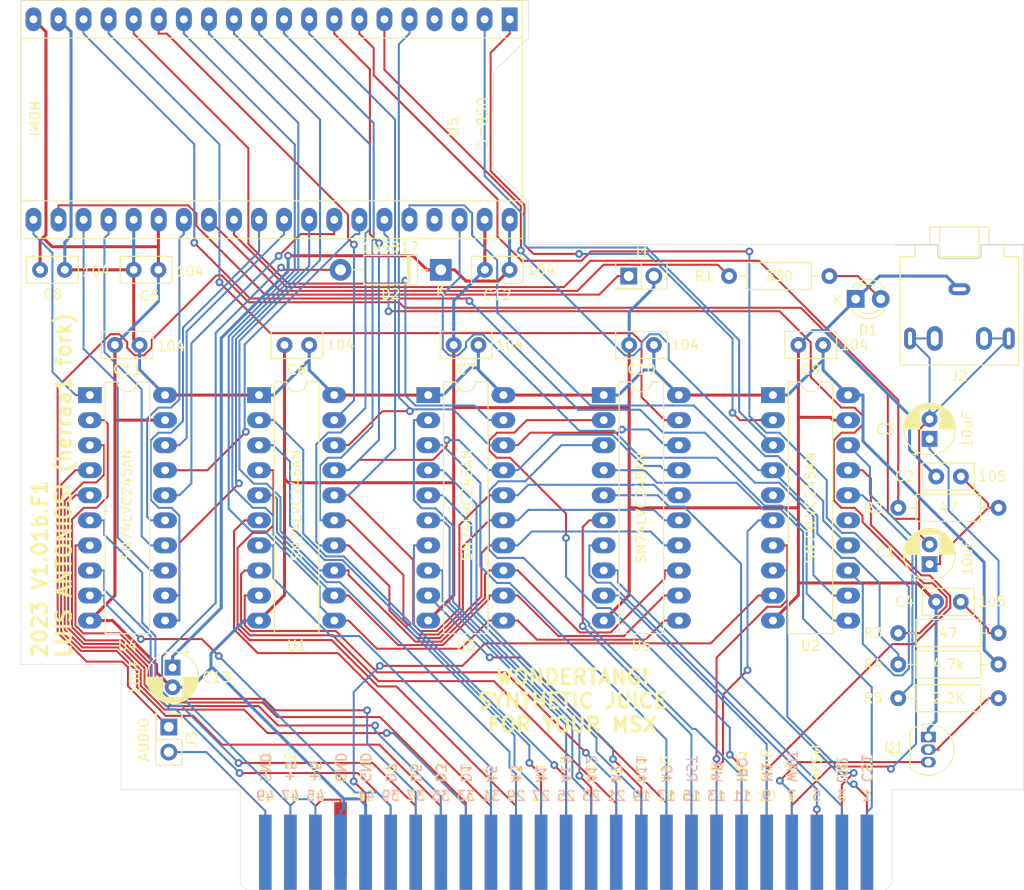
<source format=kicad_pcb>
(kicad_pcb (version 20221018) (generator pcbnew)
  (title_block (title "MSX-IDE 2021") (date "2021-08-05") (company "MSXmakers"))
  (layers (0 "F.Cu" signal "Top") (31 "B.Cu" signal "Bottom") (34 "B.Paste" user) (35 "F.Paste" user) (36 "B.SilkS" user "B.Silkscreen") (37 "F.SilkS" user "F.Silkscreen") (38 "B.Mask" user) (39 "F.Mask" user) (44 "Edge.Cuts" user))
  (net 0 "")
  (net 1 "+3.3V")
  (net 2 "GND")
  (net 3 "+5V")
  (net 6 "Net-(CON1-SW1)")
  (net 7 "A0")
  (net 10 "MERQ")
  (net 11 "IORQ")
  (net 12 "RD")
  (net 13 "WR")
  (net 14 "RESET")
  (net 15 "CLOCK")
  (net 16 "D0")
  (net 17 "D1")
  (net 18 "D2")
  (net 19 "D3")
  (net 20 "D4")
  (net 21 "D5")
  (net 22 "D6")
  (net 23 "D7")
  (net 24 "A1")
  (net 25 "A2")
  (net 26 "A3")
  (net 27 "A4")
  (net 28 "A5")
  (net 29 "A6")
  (net 30 "A7")
  (net 31 "A9")
  (net 32 "A15")
  (net 33 "A11")
  (net 34 "A10")
  (net 35 "A12")
  (net 36 "A8")
  (net 37 "A14")
  (net 38 "A13")
  (net 39 "M1")
  (net 40 "RFSH")
  (net 41 "CS1")
  (net 42 "CS2")
  (net 43 "CS12")
  (net 44 "SLTSL")
  (net 45 "WAIT")
  (net 46 "INT")
  (net 47 "BUSDIR")
  (net 48 "SLTSL_33")
  (net 49 "CLOCK_33")
  (net 50 "WR_33")
  (net 51 "RD_33")
  (net 52 "D7_33")
  (net 53 "D6_33")
  (net 54 "D5_33")
  (net 55 "D4_33")
  (net 56 "D3_33")
  (net 57 "D2_33")
  (net 58 "D1_33")
  (net 59 "D0_33")
  (net 60 "SOUND_33")
  (net 61 "MP7_33")
  (net 62 "MP6_33")
  (net 63 "MP5_33")
  (net 64 "MP4_33")
  (net 65 "MP3_33")
  (net 66 "MP2_33")
  (net 67 "MP1_33")
  (net 68 "MP0_33")
  (net 69 "MSEL0_33")
  (net 70 "MSEL1_33")
  (net 71 "MSEL2_33")
  (net 72 "INT_33")
  (net 73 "BUSDIR_33")
  (net 74 "Net-(C1-Pad1)")
  (net 75 "WAIT_33")
  (net 76 "SOUNDIN")
  (net 77 "Net-(CON1-5V@1)")
  (net 78 "JP")
  (net 79 "DATADIR")
  (net 80 "LED")
  (net 81 "AUDIO_33")
  (net 82 "Net-(D1-A)")
  (net 85 "Net-(C3-Pad1)")
  (net 89 "/AUDIO")
  (net 90 "Net-(Q1-B)")
  (net 91 "/WAIT_SW")
  (footprint "Capacitor_THT:C_Disc_D5.0mm_W2.5mm_P2.50mm" (layer "F.Cu") (at 85.725 88.265 180)
    (fp_text reference "C6")
    (fp_text value "104")
  )
  (footprint "Diode_THT:D_DO-41_SOD81_P10.16mm_Horizontal" (layer "F.Cu") (at 99.06 80.645 180)
    (fp_text reference "D2")
    (fp_text value "1N5817")
  )
  (footprint "Capacitor_THT:C_Disc_D5.0mm_W2.5mm_P2.50mm" (layer "F.Cu") (at 60.96 80.645 180)
    (fp_text reference "C8")
    (fp_text value "104")
  )
  (footprint "Capacitor_THT:C_Disc_D5.0mm_W2.5mm_P2.50mm" (layer "F.Cu") (at 68.54 88.265 180)
    (fp_text reference "C11")
    (fp_text value "104")
  )
  (footprint "Capacitor_THT:C_Disc_D5.0mm_W2.5mm_P2.50mm" (layer "F.Cu") (at 67.945 80.645)
    (fp_text reference "C5")
    (fp_text value "104")
  )
  (footprint "Capacitor_THT:CP_Radial_D5.0mm_P2.00mm" (layer "F.Cu") (at 148.59 97.79 90)
    (fp_text reference "C3")
    (fp_text value "10uF")
  )
  (footprint "Capacitor_THT:CP_Radial_D5.0mm_P2.00mm" (layer "F.Cu") (at 148.59 110.49 90)
    (fp_text reference "C1")
    (fp_text value "10uF")
  )
  (footprint "Package_DIP:DIP-20_W7.62mm_LongPads" (layer "F.Cu") (at 80.645 93.345)
    (fp_text reference "U1")
    (fp_text value "SN74LVC245AN")
  )
  (footprint "Resistor_THT:R_Axial_DIN0207_L6.3mm_D2.5mm_P10.16mm_Horizontal" (layer "F.Cu") (at 145.415 124.079)
    (fp_text reference "R5")
    (fp_text value "2.2K")
  )
  (footprint "Connector_PinHeader_2.54mm:PinHeader_2x01_P2.54mm_Vertical" (layer "F.Cu") (at 71.501 126.995 -90)
    (fp_text reference "J3")
    (fp_text value "Conn_02x01")
  )
  (footprint "Resistor_THT:R_Axial_DIN0207_L6.3mm_D2.5mm_P10.16mm_Horizontal" (layer "F.Cu") (at 128.27 81.28)
    (fp_text reference "R1")
    (fp_text value "330")
  )
  (footprint "Connector_Audio:Jack_3.5mm_CUI_SJ1-3525N_Horizontal" (layer "F.Cu") (at 151.61 82.605 180)
    (fp_text reference "J2")
    (fp_text value "AudioJack3")
    (fp_line (start -2.2 3.5) (end -2.2 4.5) (stroke (width 0.12)) (layer "Edge.Cuts"))
    (fp_line (start -2.2 4.5) (end -6.5 4.5) (stroke (width 0.12)) (layer "Edge.Cuts"))
    (fp_line (start 1.8 3.1) (end -1.8 3.1) (stroke (width 0.12)) (layer "Edge.Cuts"))
    (fp_line (start 2.2 3.5) (end 2.2 4.5) (stroke (width 0.12)) (layer "Edge.Cuts"))
    (fp_line (start 2.2 4.5) (end 6.5 4.5) (stroke (width 0.12)) (layer "Edge.Cuts"))
    (fp_arc (start -2.2 3.5) (mid -2.082842 3.217158) (end -1.8 3.1) (stroke (width 0.12)) (layer "Edge.Cuts"))
    (fp_arc (start 1.8 3.1) (mid 2.082843 3.217157) (end 2.2 3.5) (stroke (width 0.12)) (layer "Edge.Cuts"))
  )
  (footprint "Mis_huellas:CARTRIDGE_MSX" (layer "F.Cu") (at 111.76 139.065)
    (fp_text reference "CON1" hide)
    (fp_text value "MSX-CONNECTOR" hide)
  )
  (footprint "Resistor_THT:R_Axial_DIN0207_L6.3mm_D2.5mm_P10.16mm_Horizontal" (layer "F.Cu") (at 145.415 104.775)
    (fp_text reference "R2")
    (fp_text value "47")
  )
  (footprint "Capacitor_THT:CP_Radial_D5.0mm_P2.00mm" (layer "F.Cu") (at 71.882 120.9649 -90)
    (fp_text reference "C13")
    (fp_text value "10uF")
  )
  (footprint "Package_DIP:DIP-20_W7.62mm_LongPads" (layer "F.Cu") (at 115.57 93.345)
    (fp_text reference "U6")
    (fp_text value "SN74LVC245AN")
  )
  (footprint "Resistor_THT:R_Axial_DIN0207_L6.3mm_D2.5mm_P10.16mm_Horizontal" (layer "F.Cu") (at 155.575 120.65 180)
    (fp_text reference "R4")
    (fp_text value "4.7k")
  )
  (footprint "Capacitor_THT:C_Disc_D5.0mm_W2.5mm_P2.50mm" (layer "F.Cu") (at 151.765 101.6 180)
    (fp_text reference "C2")
    (fp_text value "105")
  )
  (footprint "Package_DIP:DIP-20_W7.62mm_LongPads" (layer "F.Cu") (at 132.715 93.345)
    (fp_text reference "U2")
    (fp_text value "SN74LVC245AN")
  )
  (footprint "Mis_huellas:Tang_Nano_20k" (layer "F.Cu") (at 106.045 55.245 -90)
    (fp_text reference "U5")
    (fp_text value "Tang_Nano_20k")
  )
  (footprint "Capacitor_THT:C_Disc_D5.0mm_W2.5mm_P2.50mm" (layer "F.Cu") (at 102.87 88.265 180)
    (fp_text reference "C7")
    (fp_text value "104")
  )
  (footprint "Capacitor_THT:C_Disc_D5.0mm_W2.5mm_P2.50mm" (layer "F.Cu") (at 120.65 88.265 180)
    (fp_text reference "C10")
    (fp_text value "104")
  )
  (footprint "Capacitor_THT:C_Disc_D5.0mm_W2.5mm_P2.50mm" (layer "F.Cu") (at 137.795 88.265 180)
    (fp_text reference "C9")
    (fp_text value "104")
  )
  (footprint "LED_THT:LED_D3.0mm" (layer "F.Cu") (at 141.1 83.6)
    (fp_text reference "D1")
    (fp_text value "LED")
  )
  (footprint "Capacitor_THT:C_Disc_D5.0mm_W2.5mm_P2.50mm" (layer "F.Cu") (at 106.025 80.645 180)
    (fp_text reference "C12")
    (fp_text value "104")
  )
  (footprint "Package_DIP:DIP-20_W7.62mm_LongPads" (layer "F.Cu") (at 63.5 93.345)
    (fp_text reference "U4")
    (fp_text value "SN74LVC245AN")
  )
  (footprint "Capacitor_THT:C_Disc_D5.0mm_W2.5mm_P2.50mm" (layer "F.Cu") (at 151.745 114.3 180)
    (fp_text reference "C4")
    (fp_text value "105")
  )
  (footprint "Package_DIP:DIP-20_W7.62mm_LongPads" (layer "F.Cu") (at 97.79 93.345)
    (fp_text reference "U3")
    (fp_text value "SN74LVC245AN")
  )
  (footprint "Package_TO_SOT_THT:TO-92_Inline" (layer "F.Cu") (at 148.463 128.016 -90)
    (fp_text reference "Q1")
    (fp_text value "2N3904")
  )
  (footprint "Connector_PinHeader_2.54mm:PinHeader_2x01_P2.54mm_Vertical" (layer "F.Cu") (at 118.105 81.28)
    (fp_text reference "J1")
    (fp_text value "Conn_02x01")
  )
  (footprint "Resistor_THT:R_Axial_DIN0207_L6.3mm_D2.5mm_P10.16mm_Horizontal" (layer "F.Cu") (at 145.415 117.475)
    (fp_text reference "R3")
    (fp_text value "47")
  )
  (gr_line (start 144.78 142.875) (end 144.145 143.51) (stroke (width 0.05)) (layer "Edge.Cuts"))
  (gr_line (start 107.95 57.15) (end 104.394 60.579) (stroke (width 0.05)) (layer "Edge.Cuts"))
  (gr_line (start 78.74 142.875) (end 78.74 133.35) (stroke (width 0.05)) (layer "Edge.Cuts"))
  (gr_line (start 107.95 53.34) (end 107.95 57.15) (stroke (width 0.05)) (layer "Edge.Cuts"))
  (gr_line (start 158.11 78.105) (end 158.115 133.35) (stroke (width 0.05)) (layer "Edge.Cuts"))
  (gr_line (start 144.145 143.51) (end 79.375 143.51) (stroke (width 0.05)) (layer "Edge.Cuts"))
  (gr_line (start 107.95 78.105) (end 145.11 78.105) (stroke (width 0.05)) (layer "Edge.Cuts"))
  (gr_line (start 78.74 133.35) (end 66.675 133.35) (stroke (width 0.05)) (layer "Edge.Cuts"))
  (gr_line (start 144.78 133.35) (end 144.78 142.875) (stroke (width 0.05)) (layer "Edge.Cuts"))
  (gr_line (start 66.675 120.65) (end 56.515 120.65) (stroke (width 0.05)) (layer "Edge.Cuts"))
  (gr_line (start 66.675 133.35) (end 66.675 120.65) (stroke (width 0.05)) (layer "Edge.Cuts"))
  (gr_line (start 56.515 120.65) (end 56.515 53.34) (stroke (width 0.05)) (layer "Edge.Cuts"))
  (gr_line (start 56.515 53.34) (end 107.95 53.34) (stroke (width 0.05)) (layer "Edge.Cuts"))
  (gr_line (start 107.95 73.787) (end 107.95 78.105) (stroke (width 0.05)) (layer "Edge.Cuts"))
  (gr_line (start 79.375 143.51) (end 78.74 142.875) (stroke (width 0.05)) (layer "Edge.Cuts"))
  (gr_line (start 104.394 70.358) (end 107.95 73.787) (stroke (width 0.05)) (layer "Edge.Cuts"))
  (gr_line (start 158.115 133.35) (end 144.78 133.35) (stroke (width 0.05)) (layer "Edge.Cuts"))
  (gr_line (start 104.394 60.579) (end 104.394 70.358) (stroke (width 0.05)) (layer "Edge.Cuts"))
  (gr_text "1" (at 142.24 133.985) (layer "B.SilkS") (effects (font (size 1 1)) (justify mirror)))
  (gr_text "M1" (at 132.08 132.715 -90) (layer "B.SilkS") (effects (font (size 1 1)) (justify left mirror)))
  (gr_text "A5" (at 104.14 132.715 -90) (layer "B.SilkS") (effects (font (size 1 1)) (justify left mirror)))
  (gr_text "23" (at 114.3 133.985) (layer "B.SilkS") (effects (font (size 1 1)) (justify mirror)))
  (gr_text "D3" (at 99.06 132.715 -90) (layer "B.SilkS") (effects (font (size 1 1)) (justify left mirror)))
  (gr_text "+5" (at 83.82 132.715 -90) (layer "B.SilkS") (effects (font (size 1 1)) (justify left mirror)))
  (gr_text "9" (at 132.08 133.985) (layer "B.SilkS") (effects (font (size 1 1)) (justify mirror)))
  (gr_text "D5" (at 96.52 132.715 -90) (layer "B.SilkS") (effects (font (size 1 1)) (justify left mirror)))
  (gr_text "5" (at 137.16 133.985) (layer "B.SilkS") (effects (font (size 1 1)) (justify mirror)))
  (gr_text "SND" (at 81.28 132.715 -90) (layer "B.SilkS") (effects (font (size 1 1)) (justify left mirror)))
  (gr_text "A9" (at 121.92 132.715 -90) (layer "B.SilkS") (effects (font (size 1 1)) (justify left mirror)))
  (gr_text "RST" (at 124.46 132.715 -90) (layer "B.SilkS") (effects (font (size 1 1)) (justify left mirror)))
  (gr_text "CS12" (at 139.7 132.715 -90) (layer "B.SilkS") (effects (font (size 1 0.65) (thickness 0.145)) (justify left mirror)))
  (gr_text "D1" (at 101.6 132.715 -90) (layer "B.SilkS") (effects (font (size 1 1)) (justify left mirror)))
  (gr_text "21" (at 116.84 133.985) (layer "B.SilkS") (effects (font (size 1 1)) (justify mirror)))
  (gr_text "41" (at 91.44 133.985) (layer "B.SilkS") (effects (font (size 1 1)) (justify mirror)))
  (gr_text "39" (at 93.98 133.985) (layer "B.SilkS") (effects (font (size 1 1)) (justify mirror)))
  (gr_text "WR" (at 127 132.715 -90) (layer "B.SilkS") (effects (font (size 1 1)) (justify left mirror)))
  (gr_text "3" (at 139.7 133.985) (layer "B.SilkS") (effects (font (size 1 1)) (justify mirror)))
  (gr_text "15" (at 124.46 133.985) (layer "B.SilkS") (effects (font (size 1 1)) (justify mirror)))
  (gr_text "25" (at 111.76 133.985) (layer "B.SilkS") (effects (font (size 1 1)) (justify mirror)))
  (gr_text "A3" (at 106.68 132.715 -90) (layer "B.SilkS") (effects (font (size 1 1)) (justify left mirror)))
  (gr_text "13" (at 127 133.985) (layer "B.SilkS") (effects (font (size 1 1)) (justify mirror)))
  (gr_text "GND" (at 88.9 132.715 -90) (layer "B.SilkS") (effects (font (size 1 1)) (justify left mirror)))
  (gr_text "CS1" (at 142.24 132.715 -90) (layer "B.SilkS") (effects (font (size 1 1)) (justify left mirror)))
  (gr_text "A7" (at 116.84 132.715 -90) (layer "B.SilkS") (effects (font (size 1 1)) (justify left mirror)))
  (gr_text "45" (at 86.36 133.985) (layer "B.SilkS") (effects (font (size 1 1)) (justify mirror)))
  (gr_text "7" (at 134.62 133.985) (layer "B.SilkS") (effects (font (size 1 1)) (justify mirror)))
  (gr_text "IRQ" (at 129.54 132.715 -90) (layer "B.SilkS") (effects (font (size 1 1)) (justify left mirror)))
  (gr_text "31" (at 104.14 133.985) (layer "B.SilkS") (effects (font (size 1 1)) (justify mirror)))
  (gr_text "A14" (at 111.76 132.715 -90) (layer "B.SilkS") (effects (font (size 1 1)) (justify left mirror)))
  (gr_text "A12" (at 114.3 132.715 -90) (layer "B.SilkS") (effects (font (size 1 1)) (justify left mirror)))
  (gr_text "A1" (at 109.22 132.715 -90) (layer "B.SilkS") (effects (font (size 1 1)) (justify left mirror)))
  (gr_text "GND" (at 91.44 132.715 -90) (layer "B.SilkS") (effects (font (size 1 1)) (justify left mirror)))
  (gr_text "33" (at 101.6 133.985) (layer "B.SilkS") (effects (font (size 1 1)) (justify mirror)))
  (gr_text "35" (at 99.06 133.985) (layer "B.SilkS") (effects (font (size 1 1)) (justify mirror)))
  (gr_text "37" (at 96.52 133.985) (layer "B.SilkS") (effects (font (size 1 1)) (justify mirror)))
  (gr_text "A11" (at 119.38 132.715 -90) (layer "B.SilkS") (effects (font (size 1 1)) (justify left mirror)))
  (gr_text "WAIT" (at 134.62 132.715 -90) (layer "B.SilkS") (effects (font (size 1 1)) (justify left mirror)))
  (gr_text "11" (at 129.54 133.985) (layer "B.SilkS") (effects (font (size 1 1)) (justify mirror)))
  (gr_text "47" (at 83.82 133.985) (layer "B.SilkS") (effects (font (size 1 1)) (justify mirror)))
  (gr_text "17" (at 121.92 133.985) (layer "B.SilkS") (effects (font (size 1 1)) (justify mirror)))
  (gr_text "19" (at 119.38 133.985) (layer "B.SilkS") (effects (font (size 1 1)) (justify mirror)))
  (gr_text "+5" (at 86.36 132.715 -90) (layer "B.SilkS") (effects (font (size 1 1)) (justify left mirror)))
  (gr_text "49" (at 81.28 133.985) (layer "B.SilkS") (effects (font (size 1 1)) (justify mirror)))
  (gr_text "27" (at 109.22 133.985) (layer "B.SilkS") (effects (font (size 1 1)) (justify mirror)))
  (gr_text "29" (at 106.68 133.985) (layer "B.SilkS") (effects (font (size 1 1)) (justify mirror)))
  (gr_text "D7" (at 93.98 132.715 -90) (layer "B.SilkS") (effects (font (size 1 1)) (justify left mirror)))
  (gr_text "20" (at 119.38 133.985) (layer "F.SilkS") (effects (font (size 1 1))))
  (gr_text "+12" (at 83.82 132.715 90) (layer "F.SilkS") (effects (font (size 1 1)) (justify left)))
  (gr_text "12" (at 129.54 133.985) (layer "F.SilkS") (effects (font (size 1 1))))
  (gr_text "14" (at 127 133.985) (layer "F.SilkS") (effects (font (size 1 1))))
  (gr_text "42" (at 91.44 133.985) (layer "F.SilkS") (effects (font (size 1 1))))
  (gr_text "SW" (at 86.36 132.715 90) (layer "F.SilkS") (effects (font (size 1 1)) (justify left)))
  (gr_text "22" (at 116.84 133.985) (layer "F.SilkS") (effects (font (size 1 1))))
  (gr_text "A8" (at 114.3 132.715 90) (layer "F.SilkS") (effects (font (size 1 1)) (justify left)))
  (gr_text "A15" (at 121.92 132.715 90) (layer "F.SilkS") (effects (font (size 1 1)) (justify left)))
  (gr_text "-12" (at 81.28 132.715 90) (layer "F.SilkS") (effects (font (size 1 1)) (justify left)))
  (gr_text "38" (at 96.52 133.985) (layer "F.SilkS") (effects (font (size 1 1))))
  (gr_text "CS2" (at 142.24 132.715 90) (layer "F.SilkS") (effects (font (size 1 1)) (justify left)))
  (gr_text "30" (at 106.68 133.985) (layer "F.SilkS") (effects (font (size 1 1))))
  (gr_text "D4" (at 96.52 132.715 90) (layer "F.SilkS") (effects (font (size 1 1)) (justify left)))
  (gr_text "CLK" (at 91.44 132.715 90) (layer "F.SilkS") (effects (font (size 1 1)) (justify left)))
  (gr_text "A10" (at 119.38 132.715 90) (layer "F.SilkS") (effects (font (size 1 1)) (justify left)))
  (gr_text "24" (at 114.3 133.985) (layer "F.SilkS") (effects (font (size 1 1))))
  (gr_text "48" (at 83.82 133.985) (layer "F.SilkS") (effects (font (size 1 1))))
  (gr_text "46" (at 86.36 133.985) (layer "F.SilkS") (effects (font (size 1 1))))
  (gr_text "8" (at 134.62 133.985) (layer "F.SilkS") (effects (font (size 1 1))))
  (gr_text "34" (at 101.6 133.985) (layer "F.SilkS") (effects (font (size 1 1))))
  (gr_text "BDIR" (at 132.08 132.715 90) (layer "F.SilkS") (effects (font (size 1 1)) (justify left)))
  (gr_text "28" (at 109.22 133.985) (layer "F.SilkS") (effects (font (size 1 1))))
  (gr_text "50" (at 81.28 133.985) (layer "F.SilkS") (effects (font (size 1 1))))
  (gr_text "36" (at 99.06 133.985) (layer "F.SilkS") (effects (font (size 1 1))))
  (gr_text "D2" (at 99.06 132.715 90) (layer "F.SilkS") (effects (font (size 1 1)) (justify left)))
  (gr_text "A13" (at 111.76 132.715 90) (layer "F.SilkS") (effects (font (size 1 1)) (justify left)))
  (gr_text "A0" (at 109.22 132.715 90) (layer "F.SilkS") (effects (font (size 1 1)) (justify left)))
  (gr_text "A6" (at 116.84 132.715 90) (layer "F.SilkS") (effects (font (size 1 1)) (justify left)))
  (gr_text "18" (at 121.92 133.985) (layer "F.SilkS") (effects (font (size 1 1))))
  (gr_text "2" (at 142.24 133.985) (layer "F.SilkS") (effects (font (size 1 1))))
  (gr_text "RD" (at 127 132.715 90) (layer "F.SilkS") (effects (font (size 1 1)) (justify left)))
  (gr_text "26" (at 111.76 133.985) (layer "F.SilkS") (effects (font (size 1 1))))
  (gr_text "4" (at 139.7 133.985) (layer "F.SilkS") (effects (font (size 1 1))))
  (gr_text "40" (at 93.98 133.985) (layer "F.SilkS") (effects (font (size 1 1))))
  (gr_text "INT" (at 134.62 132.715 90) (layer "F.SilkS") (effects (font (size 1 1)) (justify left)))
  (gr_text "32" (at 104.14 133.985) (layer "F.SilkS") (effects (font (size 1 1))))
  (gr_text "2023 V1.01b.F1\nLUIS ANTONIOSI (herraa1 fork)" (at 61.722 120.142 90) (layer "F.SilkS") (effects (font (size 1.5 1.5) (thickness 0.3) bold) (justify left bottom)))
  (gr_text "SW" (at 88.9 132.715 90) (layer "F.SilkS") (effects (font (size 1 1)) (justify left)))
  (gr_text "D6" (at 93.98 132.715 90) (layer "F.SilkS") (effects (font (size 1 1)) (justify left)))
  (gr_text "RFSH" (at 137.16 132.715 90) (layer "F.SilkS") (effects (font (size 1 1)) (justify left)))
  (gr_text "6" (at 137.16 133.985) (layer "F.SilkS") (effects (font (size 1 1))))
  (gr_text "A4" (at 104.14 132.715 90) (layer "F.SilkS") (effects (font (size 1 1)) (justify left)))
  (gr_text "A2" (at 106.68 132.715 90) (layer "F.SilkS") (effects (font (size 1 1)) (justify left)))
  (gr_text "16" (at 124.46 133.985) (layer "F.SilkS") (effects (font (size 1 1))))
  (gr_text "WONDERTANG!\nSYNTHETIC JUICE\nFOR YOUR MSX" (at 112.395 127.635) (layer "F.SilkS") (effects (font (size 1.5 1.5) (thickness 0.3) bold) (justify bottom)))
  (gr_text "SLTSL" (at 139.7 132.715 90) (layer "F.SilkS") (effects (font (size 1 0.58) (thickness 0.145) bold) (justify left)))
  (gr_text "10" (at 132.08 133.985) (layer "F.SilkS") (effects (font (size 1 1))))
  (gr_text "D0" (at 101.6 132.715 90) (layer "F.SilkS") (effects (font (size 1 1)) (justify left)))
  (gr_text "MRQ" (at 129.54 132.715 90) (layer "F.SilkS") (effects (font (size 1 1)) (justify left)))
  (segment (start 71.12 93.345) (end 80.645 93.345) (width 0.3048) (layer "F.Cu") (net 1))
  (segment (start 123.19 93.345) (end 132.715 93.345) (width 0.3048) (layer "F.Cu") (net 1))
  (segment (start 60.96 80.645) (end 67.945 80.645) (width 0.3048) (layer "F.Cu") (net 1))
  (segment (start 67.945 87.67) (end 68.54 88.265) (width 0.3048) (layer "F.Cu") (net 1))
  (segment (start 97.79 93.345) (end 88.265 93.345) (width 0.3048) (layer "F.Cu") (net 1))
  (segment (start 67.945 80.645) (end 67.945 87.67) (width 0.3048) (layer "F.Cu") (net 1))
  (segment (start 115.57 93.345) (end 105.41 93.345) (width 0.3048) (layer "F.Cu") (net 1))
  (segment locked (start 85.725 90.805) (end 88.265 93.345) (width 0.3048) (layer "B.Cu") (net 1))
  (segment (start 115.57 93.345) (end 117.0767 93.345) (width 0.3048) (layer "B.Cu") (net 1))
  (segment (start 132.715 93.345) (end 134.2217 93.345) (width 0.3048) (layer "B.Cu") (net 1))
  (segment (start 140.335 93.345) (end 141.8417 93.345) (width 0.3048) (layer "B.Cu") (net 1))
  (segment (start 99.2967 93.345) (end 102.0567 90.585) (width 0.3048) (layer "B.Cu") (net 1))
  (segment (start 80.645 93.345) (end 82.1517 93.345) (width 0.3048) (layer "B.Cu") (net 1))
  (segment locked (start 137.795 88.265) (end 137.795 90.805) (width 0.3048) (layer "B.Cu") (net 1))
  (segment locked (start 61.595 56.515) (end 60.325 55.245) (width 0.3048) (layer "B.Cu") (net 1))
  (segment locked (start 102.87 88.265) (end 102.87 90.805) (width 0.3048) (layer "B.Cu") (net 1))
  (segment locked (start 120.65 88.265) (end 120.65 90.805) (width 0.3048) (layer "B.Cu") (net 1))
  (segment (start 137.795 89.9731) (end 137.5936 89.9731) (width 0.3048) (layer "B.Cu") (net 1))
  (segment locked (start 137.795 90.805) (end 140.335 93.345) (width 0.3048) (layer "B.Cu") (net 1))
  (segment locked (start 120.65 90.805) (end 123.19 93.345) (width 0.3048) (layer "B.Cu") (net 1))
  (segment locked (start 60.96 77.851) (end 61.595 77.216) (width 0.3048) (layer "B.Cu") (net 1))
  (segment (start 141.8417 98.0267) (end 141.8417 93.345) (width 0.3048) (layer "B.Cu") (net 1))
  (segment (start 85.725 89.9731) (end 85.5236 89.9731) (width 0.3048) (layer "B.Cu") (net 1))
  (segment locked (start 60.96 80.645) (end 60.96 77.851) (width 0.3048) (layer "B.Cu") (net 1))
  (segment (start 137.5936 89.9731) (end 134.2217 93.345) (width 0.3048) (layer "B.Cu") (net 1))
  (segment locked (start 68.54 88.265) (end 68.54 90.765) (width 0.3048) (layer "B.Cu") (net 1))
  (segment locked (start 102.87 90.805) (end 105.41 93.345) (width 0.3048) (layer "B.Cu") (net 1))
  (segment (start 154.114 110.299) (end 141.8417 98.0267) (width 0.3048) (layer "B.Cu") (net 1))
  (segment (start 154.114 119.189) (end 154.114 110.299) (width 0.3048) (layer "B.Cu") (net 1))
  (segment locked (start 67.945 80.645) (end 67.945 75.565) (width 0.3048) (layer "B.Cu") (net 1))
  (segment (start 155.575 120.65) (end 154.114 119.189) (width 0.3048) (layer "B.Cu") (net 1))
  (segment locked (start 61.595 77.216) (end 61.595 56.515) (width 0.3048) (layer "B.Cu") (net 1))
  (segment locked (start 68.54 90.765) (end 71.12 93.345) (width 0.3048) (layer "B.Cu") (net 1))
  (segment (start 97.79 93.345) (end 99.2967 93.345) (width 0.3048) (layer "B.Cu") (net 1))
  (segment (start 85.5236 89.9731) (end 82.1517 93.345) (width 0.3048) (layer "B.Cu") (net 1))
  (segment locked (start 85.725 88.265) (end 85.725 90.805) (width 0.3048) (layer "B.Cu") (net 1))
  (segment (start 117.0767 93.345) (end 119.6167 90.805) (width 0.3048) (layer "B.Cu") (net 1))
  (segment (start 102.0567 90.585) (end 102.87 90.585) (width 0.3048) (layer "B.Cu") (net 1))
  (segment (start 119.6167 90.805) (end 120.65 90.805) (width 0.3048) (layer "B.Cu") (net 1))
  (segment locked (start 66.04 113.665) (end 63.5 116.205) (width 0.3048) (layer "F.Cu") (net 2))
  (segment locked (start 135.295 113.625) (end 132.715 116.205) (width 0.3048) (layer "F.Cu") (net 2))
  (segment (start 135.295 112.395) (end 147.34 112.395) (width 0.3048) (layer "F.Cu") (net 2))
  (segment locked (start 70.445 80.645) (end 70.445 75.605) (width 0.3048) (layer "F.Cu") (net 2))
  (segment (start 63.5 116.205) (end 65.0067 116.205) (width 0.3048) (layer "F.Cu") (net 2))
  (segment locked (start 83.225 113.625) (end 80.645 116.205) (width 0.3048) (layer "F.Cu") (net 2))
  (segment (start 140.335 95.885) (end 138.8283 95.885) (width 0.3048) (layer "F.Cu") (net 2))
  (segment locked (start 66.04 88.265) (end 66.04 113.665) (width 0.3048) (layer "F.Cu") (net 2))
  (segment (start 59.676 78.305) (end 70.445 78.305) (width 0.3048) (layer "F.Cu") (net 2))
  (segment locked (start 59.055 77.089) (end 59.055 56.515) (width 0.3048) (layer "F.Cu") (net 2))
  (segment locked (start 103.525 75.585) (end 103.505 75.565) (width 0.3048) (layer "F.Cu") (net 2))
  (segment locked (start 100.37 88.265) (end 100.37 113.625) (width 0.3048) (layer "F.Cu") (net 2))
  (segment (start 118.15 94.615) (end 100.37 94.615) (width 0.3048) (layer "F.Cu") (net 2))
  (segment locked (start 59.055 56.515) (end 57.785 55.245) (width 0.3048) (layer "F.Cu") (net 2))
  (segment locked (start 58.46 80.645) (end 58.46 77.684) (width 0.3048) (layer "F.Cu") (net 2))
  (segment locked (start 118.15 113.625) (end 115.57 116.205) (width 0.3048) (layer "F.Cu") (net 2))
  (segment (start 58.7575 77.3865) (end 59.676 78.305) (width 0.3048) (layer "F.Cu") (net 2))
  (segment (start 118.15 104.775) (end 135.295 104.775) (width 0.3048) (layer "F.Cu") (net 2))
  (segment (start 138.5425 95.5992) (end 138.8283 95.885) (width 0.3048) (layer "F.Cu") (net 2))
  (segment (start 83.6342 102.235) (end 83.225 101.8258) (width 0.3048) (layer "F.Cu") (net 2))
  (segment (start 71.882 122.9649) (end 71.7666 122.9649) (width 0.3048) (layer "F.Cu") (net 2))
  (segment locked (start 70.445 75.605) (end 70.485 75.565) (width 0.3048) (layer "F.Cu") (net 2))
  (segment (start 66.04 95.885) (end 71.12 95.885) (width 0.3048) (layer "F.Cu") (net 2))
  (segment locked (start 83.225 88.265) (end 83.225 113.625) (width 0.3048) (layer "F.Cu") (net 2))
  (segment (start 70.267 121.4653) (end 70.267 120.6666) (width 0.3048) (layer "F.Cu") (net 2))
  (segment locked (start 118.15 88.265) (end 118.15 113.625) (width 0.3048) (layer "F.Cu") (net 2))
  (segment (start 135.295 95.5992) (end 138.5425 95.5992) (width 0.3048) (layer "F.Cu") (net 2))
  (segment locked (start 103.525 80.645) (end 103.525 75.585) (width 0.3048) (layer "F.Cu") (net 2))
  (segment (start 100.37 102.235) (end 83.6342 102.235) (width 0.3048) (layer "F.Cu") (net 2))
  (segment (start 71.7666 122.9649) (end 70.267 121.4653) (width 0.3048) (layer "F.Cu") (net 2))
  (segment locked (start 58.46 77.684) (end 59.055 77.089) (width 0.3048) (layer "F.Cu") (net 2))
  (segment (start 70.267 120.6666) (end 65.8054 116.205) (width 0.3048) (layer "F.Cu") (net 2))
  (segment locked (start 135.295 88.265) (end 135.295 113.625) (width 0.3048) (layer "F.Cu") (net 2))
  (segment (start 65.8054 116.205) (end 65.0067 116.205) (width 0.3048) (layer "F.Cu") (net 2))
  (segment locked (start 100.37 113.625) (end 97.79 116.205) (width 0.3048) (layer "F.Cu") (net 2))
  (segment (start 147.34 112.395) (end 149.245 114.3) (width 0.3048) (layer "F.Cu") (net 2))
  (segment (start 88.9 139.7) (end 88.9 135.5833) (width 0.3048) (layer "B.Cu") (net 2))
  (segment (start 75.7751 119.5682) (end 75.7751 121.0217) (width 0.3048) (layer "B.Cu") (net 2))
  (segment (start 89.2349 135.2484) (end 88.9 135.5833) (width 0.3048) (layer "B.Cu") (net 2))
  (segment (start 149.245 126.4023) (end 149.245 114.3) (width 0.3048) (layer "B.Cu") (net 2))
  (segment (start 89.2349 134.2828) (end 89.2349 135.2484) (width 0.3048) (layer "B.Cu") (net 2))
  (segment (start 79.1383 116.205) (end 75.7751 119.5682) (width 0.3048) (layer "B.Cu") (net 2))
  (segment (start 118.15 88.265) (end 118.15 84.9317) (width 0.3048) (layer "B.Cu") (net 2))
  (segment (start 136.7379 86.8221) (end 137.9679 86.8221) (width 0.3048) (layer "B.Cu") (net 2))
  (segment (start 75.7751 121.0217) (end 75.9738 121.0217) (width 0.3048) (layer "B.Cu") (net 2))
  (segment (start 135.295 88.265) (end 136.7379 86.8221) (width 0.3048) (layer "B.Cu") (net 2))
  (segment (start 90.8325 134.2828) (end 89.2349 134.2828) (width 0.3048) (layer "B.Cu") (net 2))
  (segment (start 137.9679 86.8221) (end 143.51 81.28) (width 0.3048) (layer "B.Cu") (net 2))
  (segment (start 148.463 128.016) (end 148.463 127.1843) (width 0.3048) (layer "B.Cu") (net 2))
  (segment (start 146.5602 95.4144) (end 146.5602 98.8952) (width 0.3048) (layer "B.Cu") (net 2))
  (segment (start 137.9679 86.8221) (end 146.5602 95.4144) (width 0.3048) (layer "B.Cu") (net 2))
  (segment (start 146.5602 98.8952) (end 149.265 101.6) (width 0.3048) (layer "B.Cu") (net 2))
  (segment (start 73.8319 122.9649) (end 75.7751 121.0217) (width 0.3048) (layer "B.Cu") (net 2))
  (segment (start 91.44 134.8903) (end 90.8325 134.2828) (width 0.3048) (layer "B.Cu") (net 2))
  (segment (start 75.9738 121.0217) (end 89.2349 134.2828) (width 0.3048) (layer "B.Cu") (net 2))
  (segment (start 118.15 84.9317) (end 120.645 82.4367) (width 0.3048) (layer "B.Cu") (net 2))
  (segment (start 143.51 81.28) (end 150.285 81.28) (width 0.3048) (layer "B.Cu") (net 2))
  (segment (start 70.445 83.86) (end 70.445 80.645) (width 0.3048) (layer "B.Cu") (net 2))
  (segment (start 71.882 122.9649) (end 73.8319 122.9649) (width 0.3048) (layer "B.Cu") (net 2))
  (segment (start 148.463 127.1843) (end 149.245 126.4023) (width 0.3048) (layer "B.Cu") (net 2))
  (segment (start 66.04 88.265) (end 70.445 83.86) (width 0.3048) (layer "B.Cu") (net 2))
  (segment (start 100.37 88.265) (end 100.37 83.8) (width 0.3048) (layer "B.Cu") (net 2))
  (segment (start 150.285 81.28) (end 151.61 82.605) (width 0.3048) (layer "B.Cu") (net 2))
  (segment (start 91.44 139.7) (end 91.44 134.8903) (width 0.3048) (layer "B.Cu") (net 2))
  (segment (start 80.645 116.205) (end 79.1383 116.205) (width 0.3048) (layer "B.Cu") (net 2))
  (segment (start 120.645 81.28) (end 120.645 82.4367) (width 0.3048) (layer "B.Cu") (net 2))
  (segment (start 100.37 83.8) (end 103.525 80.645) (width 0.3048) (layer "B.Cu") (net 2))
  (segment (start 106.025 80.645) (end 104.8877 81.7823) (width 0.3048) (layer "F.Cu") (net 3))
  (segment (start 101.604 81.7823) (end 100.4667 80.645) (width 0.3048) (layer "F.Cu") (net 3))
  (segment (start 96.2235 79.2152) (end 83.5878 79.2152) (width 0.3048) (layer "F.Cu") (net 3))
  (segment (start 99.06 80.645) (end 100.4667 80.645) (width 0.3048) (layer "F.Cu") (net 3))
  (segment (start 99.06 80.645) (end 97.6533 80.645) (width 0.3048) (layer "F.Cu") (net 3))
  (segment (start 97.6533 80.645) (end 96.2235 79.2152) (width 0.3048) (layer "F.Cu") (net 3))
  (segment (start 104.8877 81.7823) (end 101.604 81.7823) (width 0.3048) (layer "F.Cu") (net 3))
  (via (at 83.5878 79.2152) (size 0.7874) (drill 0.381) (layers "F.Cu" "B.Cu") (net 3))
  (segment locked (start 106.025 80.645) (end 106.025 75.585) (width 0.3048) (layer "B.Cu") (net 3))
  (segment (start 76.8169 87.5623) (end 83.5878 80.7914) (width 0.3048) (layer "B.Cu") (net 3))
  (segment (start 76.8169 114.9233) (end 76.8169 87.5623) (width 0.3048) (layer "B.Cu") (net 3))
  (segment locked (start 106.025 75.585) (end 106.045 75.565) (width 0.3048) (layer "B.Cu") (net 3))
  (segment (start 71.882 119.8582) (end 76.8169 114.9233) (width 0.3048) (layer "B.Cu") (net 3))
  (segment (start 83.5878 80.7914) (end 83.5878 79.2152) (width 0.3048) (layer "B.Cu") (net 3))
  (segment (start 71.882 120.9649) (end 71.882 119.8582) (width 0.3048) (layer "B.Cu") (net 3))
  (segment (start 87.0111 134.3641) (end 88.9 134.3641) (width 0.2032) (layer "F.Cu") (net 6))
  (segment (start 88.9 138.43) (end 88.9 134.3641) (width 0.2032) (layer "F.Cu") (net 6))
  (segment (start 86.36 135.0152) (end 87.0111 134.3641) (width 0.2032) (layer "F.Cu") (net 6))
  (segment (start 86.36 139.7) (end 86.36 135.0152) (width 0.2032) (layer "F.Cu") (net 6))
  (segment (start 109.22 139.7) (end 109.22 131.8201) (width 0.2032) (layer "F.Cu") (net 7))
  (segment (start 109.22 131.8201) (end 108.0361 130.6362) (width 0.2032) (layer "F.Cu") (net 7))
  (via (at 108.0361 130.6362) (size 0.7874) (drill 0.381) (layers "F.Cu" "B.Cu") (net 7))
  (segment (start 95.9766 116.4332) (end 95.9766 116.7904) (width 0.2032) (layer "B.Cu") (net 7))
  (segment (start 108.0361 128.8499) (end 108.0361 130.6362) (width 0.2032) (layer "B.Cu") (net 7))
  (segment (start 87.4211 109.7036) (end 89.247 109.7036) (width 0.2032) (layer "B.Cu") (net 7))
  (segment (start 80.645 95.885) (end 82.1009 95.885) (width 0.2032) (layer "B.Cu") (net 7))
  (segment (start 95.9766 116.7904) (end 108.0361 128.8499) (width 0.2032) (layer "B.Cu") (net 7))
  (segment (start 85.1263 98.9104) (end 85.1263 107.4088) (width 0.2032) (layer "B.Cu") (net 7))
  (segment (start 82.1009 95.885) (end 85.1263 98.9104) (width 0.2032) (layer "B.Cu") (net 7))
  (segment (start 89.247 109.7036) (end 95.9766 116.4332) (width 0.2032) (layer "B.Cu") (net 7))
  (segment (start 85.1263 107.4088) (end 87.4211 109.7036) (width 0.2032) (layer "B.Cu") (net 7))
  (segment (start 104.7597 97.155) (end 103.9412 97.9735) (width 0.2032) (layer "F.Cu") (net 10))
  (segment (start 106.0685 99.695) (end 111.752 105.3785) (width 0.2032) (layer "F.Cu") (net 10))
  (segment (start 103.9412 97.9735) (end 103.9412 98.9282) (width 0.2032) (layer "F.Cu") (net 10))
  (segment (start 103.9412 98.9282) (end 104.708 99.695) (width 0.2032) (layer "F.Cu") (net 10))
  (segment (start 115.57 95.885) (end 107.778 95.885) (width 0.2032) (layer "F.Cu") (net 10))
  (segment (start 104.708 99.695) (end 106.0685 99.695) (width 0.2032) (layer "F.Cu") (net 10))
  (segment (start 106.508 97.155) (end 104.7597 97.155) (width 0.2032) (layer "F.Cu") (net 10))
  (segment (start 111.752 105.3785) (end 111.752 107.8261) (width 0.2032) (layer "F.Cu") (net 10))
  (segment (start 107.778 95.885) (end 106.508 97.155) (width 0.2032) (layer "F.Cu") (net 10))
  (segment (start 129.54 130.9963) (end 129.54 139.7) (width 0.2032) (layer "F.Cu") (net 10))
  (segment (start 128.3479 129.8042) (end 129.54 130.9963) (width 0.2032) (layer "F.Cu") (net 10))
  (via (at 111.752 107.8261) (size 0.7874) (drill 0.381) (layers "F.Cu" "B.Cu") (net 10))
  (via (at 128.3479 129.8042) (size 0.7874) (drill 0.381) (layers "F.Cu" "B.Cu") (net 10))
  (segment (start 116.2183 114.935) (end 128.3479 127.0646) (width 0.2032) (layer "B.Cu") (net 10))
  (segment (start 128.3479 127.0646) (end 128.3479 129.8042) (width 0.2032) (layer "B.Cu") (net 10))
  (segment (start 111.752 111.771) (end 114.916 114.935) (width 0.2032) (layer "B.Cu") (net 10))
  (segment (start 111.752 107.8261) (end 111.752 111.771) (width 0.2032) (layer "B.Cu") (net 10))
  (segment (start 114.916 114.935) (end 116.2183 114.935) (width 0.2032) (layer "B.Cu") (net 10))
  (segment (start 104.7713 109.855) (end 103.9331 109.0168) (width 0.2032) (layer "B.Cu") (net 11))
  (segment (start 114.0939 116.4926) (end 107.4563 109.855) (width 0.2032) (layer "B.Cu") (net 11))
  (segment (start 114.0939 116.7303) (end 114.0939 116.4926) (width 0.2032) (layer "B.Cu") (net 11))
  (segment (start 103.9331 109.0168) (end 103.9331 103.0776) (width 0.2032) (layer "B.Cu") (net 11))
  (segment (start 124.8693 127.1803) (end 124.5439 127.1803) (width 0.2032) (layer "B.Cu") (net 11))
  (segment (start 129.54 139.7) (end 129.54 131.9381) (width 0.2032) (layer "B.Cu") (net 11))
  (segment (start 111.2718 98.425) (end 115.57 98.425) (width 0.2032) (layer "B.Cu") (net 11))
  (segment (start 104.9261 102.0846) (end 107.6122 102.0846) (width 0.2032) (layer "B.Cu") (net 11))
  (segment (start 124.5439 127.1803) (end 114.0939 116.7303) (width 0.2032) (layer "B.Cu") (net 11))
  (segment (start 129.54 131.9381) (end 127.6511 130.0492) (width 0.2032) (layer "B.Cu") (net 11))
  (segment (start 107.4563 109.855) (end 104.7713 109.855) (width 0.2032) (layer "B.Cu") (net 11))
  (segment (start 127.6511 130.0492) (end 127.6511 129.9621) (width 0.2032) (layer "B.Cu") (net 11))
  (segment (start 107.6122 102.0846) (end 111.2718 98.425) (width 0.2032) (layer "B.Cu") (net 11))
  (segment (start 127.6511 129.9621) (end 124.8693 127.1803) (width 0.2032) (layer "B.Cu") (net 11))
  (segment (start 103.9331 103.0776) (end 104.9261 102.0846) (width 0.2032) (layer "B.Cu") (net 11))
  (segment (start 127 135.6341) (end 127 131.1514) (width 0.2032) (layer "F.Cu") (net 12))
  (segment (start 127.6511 123.7255) (end 130.1387 121.2379) (width 0.2032) (layer "F.Cu") (net 12))
  (segment (start 127 139.7) (end 127 135.6341) (width 0.2032) (layer "F.Cu") (net 12))
  (segment (start 127.6511 130.5003) (end 127.6511 123.7255) (width 0.2032) (layer "F.Cu") (net 12))
  (segment (start 127 131.1514) (end 127.6511 130.5003) (width 0.2032) (layer "F.Cu") (net 12))
  (via (at 130.1387 121.2379) (size 0.7874) (drill 0.381) (layers "F.Cu" "B.Cu") (net 12))
  (segment (start 130.1387 121.2379) (end 130.1387 107.1654) (width 0.2032) (layer "B.Cu") (net 12))
  (segment (start 132.715 106.045) (end 131.2591 106.045) (width 0.2032) (layer "B.Cu") (net 12))
  (segment (start 130.1387 107.1654) (end 131.2591 106.045) (width 0.2032) (layer "B.Cu") (net 12))
  (segment (start 127 119.96) (end 127 130.2312) (width 0.2032) (layer "F.Cu") (net 13))
  (segment (start 132.151 114.809) (end 127 119.96) (width 0.2032) (layer "F.Cu") (net 13))
  (segment (start 132.715 108.585) (end 134.1709 108.585) (width 0.2032) (layer "F.Cu") (net 13))
  (segment (start 134.1709 114.1371) (end 133.499 114.809) (width 0.2032) (layer "F.Cu") (net 13))
  (segment (start 134.1709 108.585) (end 134.1709 114.1371) (width 0.2032) (layer "F.Cu") (net 13))
  (segment (start 133.499 114.809) (end 132.151 114.809) (width 0.2032) (layer "F.Cu") (net 13))
  (via (at 127 130.2312) (size 0.7874) (drill 0.381) (layers "F.Cu" "B.Cu") (net 13))
  (segment (start 127 139.7) (end 127 130.2312) (width 0.2032) (layer "B.Cu") (net 13))
  (segment (start 113.4443 106.7148) (end 114.1141 106.045) (width 0.2032) (layer "F.Cu") (net 14))
  (segment (start 115.57 106.045) (end 114.1141 106.045) (width 0.2032) (layer "F.Cu") (net 14))
  (segment (start 113.4443 116.7617) (end 113.4443 106.7148) (width 0.2032) (layer "F.Cu") (net 14))
  (via (at 113.4443 116.7617) (size 0.7874) (drill 0.381) (layers "F.Cu" "B.Cu") (net 14))
  (segment (start 124.46 127.7774) (end 113.4443 116.7617) (width 0.2032) (layer "B.Cu") (net 14))
  (segment (start 124.46 139.7) (end 124.46 127.7774) (width 0.2032) (layer "B.Cu") (net 14))
  (segment (start 132.715 113.665) (end 131.2591 113.665) (width 0.2032) (layer "F.Cu") (net 15))
  (segment (start 91.44 133.7074) (end 90.2384 132.5058) (width 0.2032) (layer "F.Cu") (net 15))
  (segment (start 126.4087 118.5154) (end 131.2591 113.665) (width 0.2032) (layer "F.Cu") (net 15))
  (segment (start 103.5318 118.5154) (end 126.4087 118.5154) (width 0.2032) (layer "F.Cu") (net 15))
  (segment (start 92.8875 120.8024) (end 101.2448 120.8024) (width 0.2032) (layer "F.Cu") (net 15))
  (segment (start 101.2448 120.8024) (end 103.5318 118.5154) (width 0.2032) (layer "F.Cu") (net 15))
  (segment (start 91.44 139.7) (end 91.44 133.7074) (width 0.2032) (layer "F.Cu") (net 15))
  (via (at 90.2384 132.5058) (size 0.7874) (drill 0.381) (layers "F.Cu" "B.Cu") (net 15))
  (via (at 92.8875 120.8024) (size 0.7874) (drill 0.381) (layers "F.Cu" "B.Cu") (net 15))
  (segment (start 90.2384 123.4515) (end 92.8875 120.8024) (width 0.2032) (layer "B.Cu") (net 15))
  (segment (start 90.2384 132.5058) (end 90.2384 123.4515) (width 0.2032) (layer "B.Cu") (net 15))
  (segment (start 92.898 125.9865) (end 82.4707 125.9865) (width 0.2032) (layer "F.Cu") (net 16))
  (segment (start 66.7311 118.2137) (end 63.0506 118.2137) (width 0.2032) (layer "F.Cu") (net 16))
  (segment (start 71.43 124.5143) (end 69.396 122.4803) (width 0.2032) (layer "F.Cu") (net 16))
  (segment (start 63.5 95.885) (end 64.9559 95.885) (width 0.2032) (layer "F.Cu") (net 16))
  (segment (start 64.1739 104.775) (end 65.3134 103.6355) (width 0.2032) (layer "F.Cu") (net 16))
  (segment (start 61.6862 105.962) (end 62.8732 104.775) (width 0.2032) (layer "F.Cu") (net 16))
  (segment (start 69.396 120.8786) (end 66.7311 118.2137) (width 0.2032) (layer "F.Cu") (net 16))
  (segment (start 65.3134 96.2425) (end 64.9559 95.885) (width 0.2032) (layer "F.Cu") (net 16))
  (segment (start 63.0506 118.2137) (end 61.6862 116.8493) (width 0.2032) (layer "F.Cu") (net 16))
  (segment (start 101.6 134.6885) (end 92.898 125.9865) (width 0.2032) (layer "F.Cu") (net 16))
  (segment (start 62.8732 104.775) (end 64.1739 104.775) (width 0.2032) (layer "F.Cu") (net 16))
  (segment (start 80.9985 124.5143) (end 71.43 124.5143) (width 0.2032) (layer "F.Cu") (net 16))
  (segment (start 101.6 139.7) (end 101.6 134.6885) (width 0.2032) (layer "F.Cu") (net 16))
  (segment (start 69.396 122.4803) (end 69.396 120.8786) (width 0.2032) (layer "F.Cu") (net 16))
  (segment (start 65.3134 103.6355) (end 65.3134 96.2425) (width 0.2032) (layer "F.Cu") (net 16))
  (segment (start 82.4707 125.9865) (end 80.9985 124.5143) (width 0.2032) (layer "F.Cu") (net 16))
  (segment (start 61.6862 116.8493) (end 61.6862 105.962) (width 0.2032) (layer "F.Cu") (net 16))
  (segment (start 60.9512 104.0923) (end 60.9512 117.1306) (width 0.2032) (layer "F.Cu") (net 17))
  (segment (start 64.9559 98.425) (end 64.9559 101.4059) (width 0.2032) (layer "F.Cu") (net 17))
  (segment (start 60.9512 117.1306) (end 62.7509 118.9303) (width 0.2032) (layer "F.Cu") (net 17))
  (segment (start 64.9559 101.4059) (end 64.1609 102.2009) (width 0.2032) (layer "F.Cu") (net 17))
  (segment (start 64.1609 102.2009) (end 62.8426 102.2009) (width 0.2032) (layer "F.Cu") (net 17))
  (segment (start 68.6543 122.8169) (end 71.0694 125.232) (width 0.2032) (layer "F.Cu") (net 17))
  (segment (start 71.0694 125.232) (end 79.1206 125.232) (width 0.2032) (layer "F.Cu") (net 17))
  (segment (start 62.8426 102.2009) (end 60.9512 104.0923) (width 0.2032) (layer "F.Cu") (net 17))
  (segment (start 62.7509 118.9303) (end 66.3801 118.9303) (width 0.2032) (layer "F.Cu") (net 17))
  (segment (start 79.1206 125.232) (end 81.5017 127.6131) (width 0.2032) (layer "F.Cu") (net 17))
  (segment (start 66.3801 118.9303) (end 68.6543 121.2045) (width 0.2032) (layer "F.Cu") (net 17))
  (segment (start 81.5017 127.6131) (end 93.5799 127.6131) (width 0.2032) (layer "F.Cu") (net 17))
  (segment (start 63.5 98.425) (end 64.9559 98.425) (width 0.2032) (layer "F.Cu") (net 17))
  (segment (start 68.6543 121.2045) (end 68.6543 122.8169) (width 0.2032) (layer "F.Cu") (net 17))
  (via (at 93.5799 127.6131) (size 0.7874) (drill 0.381) (layers "F.Cu" "B.Cu") (net 17))
  (segment (start 101.6 139.7) (end 101.6 134.9824) (width 0.2032) (layer "B.Cu") (net 17))
  (segment (start 94.2307 127.6131) (end 93.5799 127.6131) (width 0.2032) (layer "B.Cu") (net 17))
  (segment (start 101.6 134.9824) (end 94.2307 127.6131) (width 0.2032) (layer "B.Cu") (net 17))
  (segment (start 68.2968 121.365) (end 68.2968 122.965) (width 0.2032) (layer "F.Cu") (net 18))
  (segment (start 68.2968 122.965) (end 71.1977 125.8659) (width 0.2032) (layer "F.Cu") (net 18))
  (segment (start 63.5 100.965) (end 62.0441 100.965) (width 0.2032) (layer "F.Cu") (net 18))
  (segment (start 62.0441 100.965) (end 60.5937 102.4154) (width 0.2032) (layer "F.Cu") (net 18))
  (segment (start 62.6028 119.2878) (end 66.2196 119.2878) (width 0.2032) (layer "F.Cu") (net 18))
  (segment (start 92.8387 128.7866) (end 99.06 135.0079) (width 0.2032) (layer "F.Cu") (net 18))
  (segment (start 60.5937 117.2787) (end 62.6028 119.2878) (width 0.2032) (layer "F.Cu") (net 18))
  (segment (start 73.9656 125.8659) (end 76.8863 128.7866) (width 0.2032) (layer "F.Cu") (net 18))
  (segment (start 66.2196 119.2878) (end 68.2968 121.365) (width 0.2032) (layer "F.Cu") (net 18))
  (segment (start 60.5937 102.4154) (end 60.5937 117.2787) (width 0.2032) (layer "F.Cu") (net 18))
  (segment (start 71.1977 125.8659) (end 73.9656 125.8659) (width 0.2032) (layer "F.Cu") (net 18))
  (segment (start 99.06 135.0079) (end 99.06 139.7) (width 0.2032) (layer "F.Cu") (net 18))
  (segment (start 76.8863 128.7866) (end 92.8387 128.7866) (width 0.2032) (layer "F.Cu") (net 18))
  (segment (start 61.3087 116.9825) (end 62.8975 118.5713) (width 0.2032) (layer "F.Cu") (net 19))
  (segment (start 66.5831 118.5713) (end 69.0384 121.0266) (width 0.2032) (layer "F.Cu") (net 19))
  (segment (start 63.5 103.505) (end 62.0441 103.505) (width 0.2032) (layer "F.Cu") (net 19))
  (segment (start 62.0441 103.505) (end 61.3087 104.2404) (width 0.2032) (layer "F.Cu") (net 19))
  (segment (start 62.8975 118.5713) (end 66.5831 118.5713) (width 0.2032) (layer "F.Cu") (net 19))
  (segment (start 69.0384 122.6954) (end 71.2174 124.8744) (width 0.2032) (layer "F.Cu") (net 19))
  (segment (start 80.6013 124.8744) (end 82.5685 126.8416) (width 0.2032) (layer "F.Cu") (net 19))
  (segment (start 61.3087 104.2404) (end 61.3087 116.9825) (width 0.2032) (layer "F.Cu") (net 19))
  (segment (start 71.2174 124.8744) (end 80.6013 124.8744) (width 0.2032) (layer "F.Cu") (net 19))
  (segment (start 82.5685 126.8416) (end 92.4025 126.8416) (width 0.2032) (layer "F.Cu") (net 19))
  (segment (start 69.0384 121.0266) (end 69.0384 122.6954) (width 0.2032) (layer "F.Cu") (net 19))
  (via (at 92.4025 126.8416) (size 0.7874) (drill 0.381) (layers "F.Cu" "B.Cu") (net 19))
  (segment (start 92.4025 127.3792) (end 99.06 134.0367) (width 0.2032) (layer "B.Cu") (net 19))
  (segment (start 99.06 134.0367) (end 99.06 139.7) (width 0.2032) (layer "B.Cu") (net 19))
  (segment (start 92.4025 126.8416) (end 92.4025 127.3792) (width 0.2032) (layer "B.Cu") (net 19))
  (segment (start 78.5714 130.6394) (end 92.1458 130.6394) (width 0.2032) (layer "F.Cu") (net 20))
  (segment (start 92.1458 130.6394) (end 96.52 135.0136) (width 0.2032) (layer "F.Cu") (net 20))
  (segment (start 96.52 135.0136) (end 96.52 139.7) (width 0.2032) (layer "F.Cu") (net 20))
  (via (at 78.5714 130.6394) (size 0.7874) (drill 0.381) (layers "F.Cu" "B.Cu") (net 20))
  (segment (start 72.76 124.828) (end 78.5714 130.6394) (width 0.2032) (layer "B.Cu") (net 20))
  (segment (start 64.9559 106.045) (end 64.9559 107.5009) (width 0.2032) (layer "B.Cu") (net 20))
  (segment (start 70.1427 117.7621) (end 70.1427 123.2265) (width 0.2032) (layer "B.Cu") (net 20))
  (segment (start 68.811 111.356) (end 68.811 116.4304) (width 0.2032) (layer "B.Cu") (net 20))
  (segment (start 71.7442 124.828) (end 72.76 124.828) (width 0.2032) (layer "B.Cu") (net 20))
  (segment (start 68.811 116.4304) (end 70.1427 117.7621) (width 0.2032) (layer "B.Cu") (net 20))
  (segment (start 64.9559 107.5009) (end 68.811 111.356) (width 0.2032) (layer "B.Cu") (net 20))
  (segment (start 63.5 106.045) (end 64.9559 106.045) (width 0.2032) (layer "B.Cu") (net 20))
  (segment (start 70.1427 123.2265) (end 71.7442 124.828) (width 0.2032) (layer "B.Cu") (net 20))
  (segment (start 69.7535 120.7305) (end 66.5234 117.5004) (width 0.2032) (layer "F.Cu") (net 21))
  (segment (start 71.5659 124.1446) (end 69.7535 122.3322) (width 0.2032) (layer "F.Cu") (net 21))
  (segment (start 63.5 108.585) (end 62.0441 108.585) (width 0.2032) (layer "F.Cu") (net 21))
  (segment (start 69.7535 122.3322) (end 69.7535 120.7305) (width 0.2032) (layer "F.Cu") (net 21))
  (segment (start 62.8428 117.5004) (end 62.0441 116.7017) (width 0.2032) (layer "F.Cu") (net 21))
  (segment (start 81.1344 124.1446) (end 71.5659 124.1446) (width 0.2032) (layer "F.Cu") (net 21))
  (segment (start 82.2915 125.3017) (end 81.1344 124.1446) (width 0.2032) (layer "F.Cu") (net 21))
  (segment (start 91.5994 125.3017) (end 82.2915 125.3017) (width 0.2032) (layer "F.Cu") (net 21))
  (segment (start 66.5234 117.5004) (end 62.8428 117.5004) (width 0.2032) (layer "F.Cu") (net 21))
  (segment (start 62.0441 116.7017) (end 62.0441 108.585) (width 0.2032) (layer "F.Cu") (net 21))
  (via (at 91.5994 125.3017) (size 0.7874) (drill 0.381) (layers "F.Cu" "B.Cu") (net 21))
  (segment (start 91.5994 128.7057) (end 91.5994 125.3017) (width 0.2032) (layer "B.Cu") (net 21))
  (segment (start 96.52 139.7) (end 96.52 133.6263) (width 0.2032) (layer "B.Cu") (net 21))
  (segment (start 96.52 133.6263) (end 91.5994 128.7057) (width 0.2032) (layer "B.Cu") (net 21))
  (segment (start 90.6344 131.6645) (end 78.6779 131.6645) (width 0.2032) (layer "F.Cu") (net 22))
  (segment (start 93.98 135.0101) (end 90.6344 131.6645) (width 0.2032) (layer "F.Cu") (net 22))
  (segment (start 93.98 139.7) (end 93.98 135.0101) (width 0.2032) (layer "F.Cu") (net 22))
  (via (at 78.6779 131.6645) (size 0.7874) (drill 0.381) (layers "F.Cu" "B.Cu") (net 22))
  (segment (start 69.6597 117.7903) (end 69.6597 123.2491) (width 0.2032) (layer "B.Cu") (net 22))
  (segment (start 63.5 111.125) (end 64.9559 111.125) (width 0.2032) (layer "B.Cu") (net 22))
  (segment (start 71.5961 125.1855) (end 72.1989 125.1855) (width 0.2032) (layer "B.Cu") (net 22))
  (segment (start 72.1989 125.1855) (end 78.6779 131.6645) (width 0.2032) (layer "B.Cu") (net 22))
  (segment (start 64.9559 111.125) (end 64.9559 113.0865) (width 0.2032) (layer "B.Cu") (net 22))
  (segment (start 64.9559 113.0865) (end 69.6597 117.7903) (width 0.2032) (layer "B.Cu") (net 22))
  (segment (start 69.6597 123.2491) (end 71.5961 125.1855) (width 0.2032) (layer "B.Cu") (net 22))
  (segment (start 76.5687 119.7999) (end 74.851 118.0822) (width 0.2032) (layer "F.Cu") (net 23))
  (segment (start 74.851 118.0822) (end 68.6731 118.0822) (width 0.2032) (layer "F.Cu") (net 23))
  (via (at 76.5687 119.7999) (size 0.7874) (drill 0.381) (layers "F.Cu" "B.Cu") (net 23))
  (via (at 68.6731 118.0822) (size 0.7874) (drill 0.381) (layers "F.Cu" "B.Cu") (net 23))
  (segment (start 64.9559 113.665) (end 64.9559 114.365) (width 0.2032) (layer "B.Cu") (net 23))
  (segment (start 90.4042 133.6354) (end 76.5687 119.7999) (width 0.2032) (layer "B.Cu") (net 23))
  (segment (start 64.9559 114.365) (end 68.6731 118.0822) (width 0.2032) (layer "B.Cu") (net 23))
  (segment (start 93.98 134.9763) (end 92.6391 133.6354) (width 0.2032) (layer "B.Cu") (net 23))
  (segment (start 93.98 139.7) (end 93.98 134.9763) (width 0.2032) (layer "B.Cu") (net 23))
  (segment (start 63.5 113.665) (end 64.9559 113.665) (width 0.2032) (layer "B.Cu") (net 23))
  (segment (start 92.6391 133.6354) (end 90.4042 133.6354) (width 0.2032) (layer "B.Cu") (net 23))
  (segment (start 95.6191 116.9386) (end 106.5303 127.8498) (width 0.2032) (layer "B.Cu") (net 24))
  (segment (start 82.1009 98.425) (end 83.7851 100.1092) (width 0.2032) (layer "B.Cu") (net 24))
  (segment (start 95.6191 116.5835) (end 95.6191 116.9386) (width 0.2032) (layer "B.Cu") (net 24))
  (segment (start 80.645 98.425) (end 82.1009 98.425) (width 0.2032) (layer "B.Cu") (net 24))
  (segment (start 106.5303 127.8498) (end 106.5303 130.9339) (width 0.2032) (layer "B.Cu") (net 24))
  (segment (start 83.7851 106.5732) (end 87.277 110.0651) (width 0.2032) (layer "B.Cu") (net 24))
  (segment (start 109.22 133.6236) (end 109.22 139.7) (width 0.2032) (layer "B.Cu") (net 24))
  (segment (start 83.7851 100.1092) (end 83.7851 106.5732) (width 0.2032) (layer "B.Cu") (net 24))
  (segment (start 89.1007 110.0651) (end 95.6191 116.5835) (width 0.2032) (layer "B.Cu") (net 24))
  (segment (start 87.277 110.0651) (end 89.1007 110.0651) (width 0.2032) (layer "B.Cu") (net 24))
  (segment (start 106.5303 130.9339) (end 109.22 133.6236) (width 0.2032) (layer "B.Cu") (net 24))
  (segment (start 78.4671 116.9561) (end 79.6912 118.1802) (width 0.2032) (layer "F.Cu") (net 25))
  (segment (start 79.9907 107.315) (end 78.4671 108.8386) (width 0.2032) (layer "F.Cu") (net 25))
  (segment (start 81.3242 107.315) (end 79.9907 107.315) (width 0.2032) (layer "F.Cu") (net 25))
  (segment (start 92.6994 122.8833) (end 94.56 122.8833) (width 0.2032) (layer "F.Cu") (net 25))
  (segment (start 82.1009 100.965) (end 82.1009 106.5383) (width 0.2032) (layer "F.Cu") (net 25))
  (segment (start 80.645 100.965) (end 82.1009 100.965) (width 0.2032) (layer "F.Cu") (net 25))
  (segment (start 82.1009 106.5383) (end 81.3242 107.315) (width 0.2032) (layer "F.Cu") (net 25))
  (segment (start 78.4671 108.8386) (end 78.4671 116.9561) (width 0.2032) (layer "F.Cu") (net 25))
  (segment (start 106.68 135.0033) (end 106.68 139.7) (width 0.2032) (layer "F.Cu") (net 25))
  (segment (start 87.9963 118.1802) (end 92.6994 122.8833) (width 0.2032) (layer "F.Cu") (net 25))
  (segment (start 94.56 122.8833) (end 106.68 135.0033) (width 0.2032) (layer "F.Cu") (net 25))
  (segment (start 79.6912 118.1802) (end 87.9963 118.1802) (width 0.2032) (layer "F.Cu") (net 25))
  (segment (start 106.0246 131.1115) (end 106.0246 129.513) (width 0.2032) (layer "B.Cu") (net 26))
  (segment (start 80.645 103.505) (end 82.1009 103.505) (width 0.2032) (layer "B.Cu") (net 26))
  (segment (start 106.0246 129.513) (end 88.8283 112.3167) (width 0.2032) (layer "B.Cu") (net 26))
  (segment (start 82.4599 103.864) (end 82.1009 103.505) (width 0.2032) (layer "B.Cu") (net 26))
  (segment (start 82.4599 107.2817) (end 82.4599 103.864) (width 0.2032) (layer "B.Cu") (net 26))
  (segment (start 106.68 135.6341) (end 106.68 131.7669) (width 0.2032) (layer "B.Cu") (net 26))
  (segment (start 106.68 139.7) (end 106.68 135.6341) (width 0.2032) (layer "B.Cu") (net 26))
  (segment (start 88.8283 112.3167) (end 87.4949 112.3167) (width 0.2032) (layer "B.Cu") (net 26))
  (segment (start 87.4949 112.3167) (end 82.4599 107.2817) (width 0.2032) (layer "B.Cu") (net 26))
  (segment (start 106.68 131.7669) (end 106.0246 131.1115) (width 0.2032) (layer "B.Cu") (net 26))
  (segment (start 79.1891 106.045) (end 78.1096 107.1245) (width 0.2032) (layer "F.Cu") (net 27))
  (segment (start 88.6384 119.5081) (end 104.14 135.0097) (width 0.2032) (layer "F.Cu") (net 27))
  (segment (start 78.1096 117.1042) (end 80.5135 119.5081) (width 0.2032) (layer "F.Cu") (net 27))
  (segment (start 104.14 135.0097) (end 104.14 139.7) (width 0.2032) (layer "F.Cu") (net 27))
  (segment (start 80.5135 119.5081) (end 88.6384 119.5081) (width 0.2032) (layer "F.Cu") (net 27))
  (segment (start 80.645 106.045) (end 79.1891 106.045) (width 0.2032) (layer "F.Cu") (net 27))
  (segment (start 78.1096 107.1245) (end 78.1096 117.1042) (width 0.2032) (layer "F.Cu") (net 27))
  (segment (start 104.14 139.7) (end 104.14 131.1233) (width 0.2032) (layer "B.Cu") (net 28))
  (segment (start 82.1009 111.9383) (end 82.1009 108.585) (width 0.2032) (layer "B.Cu") (net 28))
  (segment (start 87.9373 117.7747) (end 82.1009 111.9383) (width 0.2032) (layer "B.Cu") (net 28))
  (segment (start 90.7914 117.7747) (end 87.9373 117.7747) (width 0.2032) (layer "B.Cu") (net 28))
  (segment (start 104.14 131.1233) (end 90.7914 117.7747) (width 0.2032) (layer "B.Cu") (net 28))
  (segment (start 80.645 108.585) (end 82.1009 108.585) (width 0.2032) (layer "B.Cu") (net 28))
  (segment (start 88.1017 117.6967) (end 92.7529 122.3479) (width 0.2032) (layer "F.Cu") (net 29))
  (segment (start 92.7529 122.3479) (end 104.4472 122.3479) (width 0.2032) (layer "F.Cu") (net 29))
  (segment (start 78.8246 111.4895) (end 78.8246 116.808) (width 0.2032) (layer "F.Cu") (net 29))
  (segment (start 80.645 111.125) (end 79.1891 111.125) (width 0.2032) (layer "F.Cu") (net 29))
  (segment (start 79.1891 111.125) (end 78.8246 111.4895) (width 0.2032) (layer "F.Cu") (net 29))
  (segment (start 116.84 134.7407) (end 116.84 139.7) (width 0.2032) (layer "F.Cu") (net 29))
  (segment (start 78.8246 116.808) (end 79.7133 117.6967) (width 0.2032) (layer "F.Cu") (net 29))
  (segment (start 79.7133 117.6967) (end 88.1017 117.6967) (width 0.2032) (layer "F.Cu") (net 29))
  (segment (start 104.4472 122.3479) (end 116.84 134.7407) (width 0.2032) (layer "F.Cu") (net 29))
  (segment (start 79.7878 117.2609) (end 88.4274 117.2609) (width 0.2032) (layer "F.Cu") (net 30))
  (segment (start 80.645 113.665) (end 79.1891 113.665) (width 0.2032) (layer "F.Cu") (net 30))
  (segment (start 92.6185 121.452) (end 105.6028 121.452) (width 0.2032) (layer "F.Cu") (net 30))
  (segment (start 105.6028 121.452) (end 113.7587 129.6079) (width 0.2032) (layer "F.Cu") (net 30))
  (segment (start 88.4274 117.2609) (end 92.6185 121.452) (width 0.2032) (layer "F.Cu") (net 30))
  (segment (start 79.1891 113.665) (end 79.1891 116.6622) (width 0.2032) (layer "F.Cu") (net 30))
  (segment (start 79.1891 116.6622) (end 79.7878 117.2609) (width 0.2032) (layer "F.Cu") (net 30))
  (via (at 113.7587 129.6079) (size 0.7874) (drill 0.381) (layers "F.Cu" "B.Cu") (net 30))
  (segment (start 116.84 132.6892) (end 113.7587 129.6079) (width 0.2032) (layer "B.Cu") (net 30))
  (segment (start 116.84 139.7) (end 116.84 132.6892) (width 0.2032) (layer "B.Cu") (net 30))
  (segment (start 104.7475 112.395) (end 106.0393 112.395) (width 0.2032) (layer "B.Cu") (net 31))
  (segment (start 103.0725 110.72) (end 104.7475 112.395) (width 0.2032) (layer "B.Cu") (net 31))
  (segment (start 121.92 128.2757) (end 121.92 139.7) (width 0.2032) (layer "B.Cu") (net 31))
  (segment (start 106.0393 112.395) (end 121.92 128.2757) (width 0.2032) (layer "B.Cu") (net 31))
  (segment (start 103.0725 102.2516) (end 103.0725 110.72) (width 0.2032) (layer "B.Cu") (net 31))
  (segment (start 97.79 98.425) (end 99.2459 98.425) (width 0.2032) (layer "B.Cu") (net 31))
  (segment (start 99.2459 98.425) (end 103.0725 102.2516) (width 0.2032) (layer "B.Cu") (net 31))
  (segment (start 107.1899 119.9411) (end 104.0179 119.9411) (width 0.2032) (layer "F.Cu") (net 32))
  (segment (start 121.92 139.7) (end 121.92 134.6712) (width 0.2032) (layer "F.Cu") (net 32))
  (segment (start 121.92 134.6712) (end 107.1899 119.9411) (width 0.2032) (layer "F.Cu") (net 32))
  (via (at 104.0179 119.9411) (size 0.7874) (drill 0.381) (layers "F.Cu" "B.Cu") (net 32))
  (segment (start 97.79 113.665) (end 97.79 113.7132) (width 0.2032) (layer "B.Cu") (net 32))
  (segment (start 97.79 113.7132) (end 104.0179 119.9411) (width 0.2032) (layer "B.Cu") (net 32))
  (segment (start 119.38 134.0446) (end 119.38 139.7) (width 0.2032) (layer "B.Cu") (net 33))
  (segment (start 102.1408 106.3999) (end 102.1408 115.407) (width 0.2032) (layer "B.Cu") (net 33))
  (segment (start 114.8394 128.1056) (end 114.8394 129.504) (width 0.2032) (layer "B.Cu") (net 33))
  (segment (start 97.79 103.505) (end 99.2459 103.505) (width 0.2032) (layer "B.Cu") (net 33))
  (segment (start 114.8394 129.504) (end 119.38 134.0446) (width 0.2032) (layer "B.Cu") (net 33))
  (segment (start 99.2459 103.505) (end 102.1408 106.3999) (width 0.2032) (layer "B.Cu") (net 33))
  (segment (start 102.1408 115.407) (end 114.8394 128.1056) (width 0.2032) (layer "B.Cu") (net 33))
  (segment (start 119.38 139.7) (end 119.38 133.1259) (width 0.2032) (layer "F.Cu") (net 34))
  (segment (start 119.38 133.1259) (end 116.5111 130.257) (width 0.2032) (layer "F.Cu") (net 34))
  (via (at 116.5111 130.257) (size 0.7874) (drill 0.381) (layers "F.Cu" "B.Cu") (net 34))
  (segment (start 99.2459 100.965) (end 102.6762 104.3953) (width 0.2032) (layer "B.Cu") (net 34))
  (segment (start 102.6762 115.3644) (end 116.5111 129.1993) (width 0.2032) (layer "B.Cu") (net 34))
  (segment (start 97.79 100.965) (end 99.2459 100.965) (width 0.2032) (layer "B.Cu") (net 34))
  (segment (start 102.6762 104.3953) (end 102.6762 115.3644) (width 0.2032) (layer "B.Cu") (net 34))
  (segment (start 116.5111 129.1993) (end 116.5111 130.257) (width 0.2032) (layer "B.Cu") (net 34))
  (segment (start 99.2459 106.045) (end 99.9564 106.7555) (width 0.2032) (layer "B.Cu") (net 35))
  (segment (start 112.3903 126.8893) (end 112.3903 132.1429) (width 0.2032) (layer "B.Cu") (net 35))
  (segment (start 99.9564 106.7555) (end 99.9564 114.4554) (width 0.2032) (layer "B.Cu") (net 35))
  (segment (start 114.3 134.0526) (end 114.3 139.7) (width 0.2032) (layer "B.Cu") (net 35))
  (segment (start 99.9564 114.4554) (end 112.3903 126.8893) (width 0.2032) (layer "B.Cu") (net 35))
  (segment (start 112.3903 132.1429) (end 114.3 134.0526) (width 0.2032) (layer "B.Cu") (net 35))
  (segment (start 97.79 106.045) (end 99.2459 106.045) (width 0.2032) (layer "B.Cu") (net 35))
  (segment (start 113.1053 131.9394) (end 114.3 133.1341) (width 0.2032) (layer "F.Cu") (net 36))
  (segment (start 114.3 133.1341) (end 114.3 139.7) (width 0.2032) (layer "F.Cu") (net 36))
  (via (at 113.1053 131.9394) (size 0.7874) (drill 0.381) (layers "F.Cu" "B.Cu") (net 36))
  (segment (start 96.3341 95.885) (end 96.3341 104.0228) (width 0.2032) (layer "B.Cu") (net 36))
  (segment (start 97.1384 104.8271) (end 98.5336 104.8271) (width 0.2032) (layer "B.Cu") (net 36))
  (segment (start 100.3139 106.6074) (end 100.3139 114.3073) (width 0.2032) (layer "B.Cu") (net 36))
  (segment (start 100.3139 114.3073) (end 113.1053 127.0987) (width 0.2032) (layer "B.Cu") (net 36))
  (segment (start 113.1053 127.0987) (end 113.1053 131.9394) (width 0.2032) (layer "B.Cu") (net 36))
  (segment (start 97.79 95.885) (end 96.3341 95.885) (width 0.2032) (layer "B.Cu") (net 36))
  (segment (start 98.5336 104.8271) (end 100.3139 106.6074) (width 0.2032) (layer "B.Cu") (net 36))
  (segment (start 96.3341 104.0228) (end 97.1384 104.8271) (width 0.2032) (layer "B.Cu") (net 36))
  (segment (start 111.76 126.7646) (end 111.76 135.6341) (width 0.2032) (layer "B.Cu") (net 37))
  (segment (start 99.2459 114.2505) (end 111.76 126.7646) (width 0.2032) (layer "B.Cu") (net 37))
  (segment (start 111.76 139.7) (end 111.76 135.6341) (width 0.2032) (layer "B.Cu") (net 37))
  (segment (start 97.79 111.125) (end 99.2459 111.125) (width 0.2032) (layer "B.Cu") (net 37))
  (segment (start 99.2459 111.125) (end 99.2459 114.2505) (width 0.2032) (layer "B.Cu") (net 37))
  (segment (start 111.76 139.7) (end 111.76 132.0683) (width 0.2032) (layer "F.Cu") (net 38))
  (segment (start 111.76 132.0683) (end 110.5538 130.8621) (width 0.2032) (layer "F.Cu") (net 38))
  (via (at 110.5538 130.8621) (size 0.7874) (drill 0.381) (layers "F.Cu" "B.Cu") (net 38))
  (segment (start 96.3341 116.6424) (end 110.5538 130.8621) (width 0.2032) (layer "B.Cu") (net 38))
  (segment (start 97.79 108.585) (end 96.3341 108.585) (width 0.2032) (layer "B.Cu") (net 38))
  (segment (start 96.3341 108.585) (end 96.3341 116.6424) (width 0.2032) (layer "B.Cu") (net 38))
  (segment (start 115.57 113.665) (end 117.0259 113.665) (width 0.2032) (layer "B.Cu") (net 39))
  (segment (start 132.08 128.7191) (end 132.08 139.7) (width 0.2032) (layer "B.Cu") (net 39))
  (segment (start 117.0259 113.665) (end 132.08 128.7191) (width 0.2032) (layer "B.Cu") (net 39))
  (segment (start 137.16 135.3399) (end 137.16 139.7) (width 0.2032) (layer "F.Cu") (net 40))
  (via (at 137.16 135.3399) (size 0.7874) (drill 0.381) (layers "F.Cu" "B.Cu") (net 40))
  (segment (start 115.57 108.585) (end 114.1141 108.585) (width 0.2032) (layer "B.Cu") (net 40))
  (segment (start 114.8975 112.3609) (end 116.2306 112.3609) (width 0.2032) (layer "B.Cu") (net 40))
  (segment (start 114.1141 111.5775) (end 114.8975 112.3609) (width 0.2032) (layer "B.Cu") (net 40))
  (segment (start 116.2306 112.3609) (end 137.16 133.2903) (width 0.2032) (layer "B.Cu") (net 40))
  (segment (start 114.1141 108.585) (end 114.1141 111.5775) (width 0.2032) (layer "B.Cu") (net 40))
  (segment (start 137.16 133.2903) (end 137.16 135.3399) (width 0.2032) (layer "B.Cu") (net 40))
  (segment (start 142.7309 122.9778) (end 142.7309 135.1432) (width 0.2032) (layer "B.Cu") (net 41))
  (segment (start 133.486 104.9184) (end 135.7712 107.2036) (width 0.2032) (layer "B.Cu") (net 41))
  (segment (start 135.7712 107.2036) (end 135.7712 116.0181) (width 0.2032) (layer "B.Cu") (net 41))
  (segment (start 135.7712 116.0181) (end 142.7309 122.9778) (width 0.2032) (layer "B.Cu") (net 41))
  (segment (start 142.24 139.7) (end 142.24 135.6341) (width 0.2032) (layer "B.Cu") (net 41))
  (segment (start 120.9676 102.235) (end 129.045 102.235) (width 0.2032) (layer "B.Cu") (net 41))
  (segment (start 131.7284 104.9184) (end 133.486 104.9184) (width 0.2032) (layer "B.Cu") (net 41))
  (segment (start 119.6976 100.965) (end 120.9676 102.235) (width 0.2032) (layer "B.Cu") (net 41))
  (segment (start 129.045 102.235) (end 131.7284 104.9184) (width 0.2032) (layer "B.Cu") (net 41))
  (segment (start 142.7309 135.1432) (end 142.24 135.6341) (width 0.2032) (layer "B.Cu") (net 41))
  (segment (start 115.57 100.965) (end 119.6976 100.965) (width 0.2032) (layer "B.Cu") (net 41))
  (segment (start 142.24 134.1245) (end 140.9091 132.7936) (width 0.2032) (layer "F.Cu") (net 42))
  (segment (start 142.24 139.7) (end 142.24 134.1245) (width 0.2032) (layer "F.Cu") (net 42))
  (via (at 140.9091 132.7936) (size 0.7874) (drill 0.381) (layers "F.Cu" "B.Cu") (net 42))
  (segment (start 122.1814 104.649) (end 123.6904 104.649) (width 0.2032) (layer "B.Cu") (net 42))
  (segment (start 121.0374 103.505) (end 122.1814 104.649) (width 0.2032) (layer "B.Cu") (net 42))
  (segment (start 129.4891 121.8044) (end 140.4783 132.7936) (width 0.2032) (layer "B.Cu") (net 42))
  (segment (start 115.57 103.505) (end 121.0374 103.505) (width 0.2032) (layer "B.Cu") (net 42))
  (segment (start 123.6904 104.649) (end 129.4891 110.4477) (width 0.2032) (layer "B.Cu") (net 42))
  (segment (start 129.4891 110.4477) (end 129.4891 121.8044) (width 0.2032) (layer "B.Cu") (net 42))
  (segment (start 140.4783 132.7936) (end 140.9091 132.7936) (width 0.2032) (layer "B.Cu") (net 42))
  (segment (start 117.0259 112.3384) (end 117.0259 111.125) (width 0.2032) (layer "B.Cu") (net 43))
  (segment (start 139.7 135.0125) (end 117.0259 112.3384) (width 0.2032) (layer "B.Cu") (net 43))
  (segment (start 115.57 111.125) (end 117.0259 111.125) (width 0.2032) (layer "B.Cu") (net 43))
  (segment (start 139.7 139.7) (end 139.7 135.0125) (width 0.2032) (layer "B.Cu") (net 43))
  (segment (start 139.7 139.7) (end 139.7 132.8552) (width 0.2032) (layer "F.Cu") (net 44))
  (segment (start 139.7 132.8552) (end 140.9017 131.6535) (width 0.2032) (layer "F.Cu") (net 44))
  (via (at 140.9017 131.6535) (size 0.7874) (drill 0.381) (layers "F.Cu" "B.Cu") (net 44))
  (segment (start 134.1709 111.125) (end 134.1709 125.9493) (width 0.2032) (layer "B.Cu") (net 44))
  (segment (start 132.715 111.125) (end 134.1709 111.125) (width 0.2032) (layer "B.Cu") (net 44))
  (segment (start 139.8751 131.6535) (end 140.9017 131.6535) (width 0.2032) (layer "B.Cu") (net 44))
  (segment (start 134.1709 125.9493) (end 139.8751 131.6535) (width 0.2032) (layer "B.Cu") (net 44))
  (segment (start 148.463 130.556) (end 135.3073 130.556) (width 0.2032) (layer "F.Cu") (net 45))
  (segment (start 135.3073 130.556) (end 133.4171 132.4462) (width 0.2032) (layer "F.Cu") (net 45))
  (via (at 133.4171 132.4462) (size 0.7874) (drill 0.381) (layers "F.Cu" "B.Cu") (net 45))
  (segment (start 134.62 139.7) (end 134.62 133.6491) (width 0.2032) (layer "B.Cu") (net 45))
  (segment (start 134.62 133.6491) (end 133.4171 132.4462) (width 0.2032) (layer "B.Cu") (net 45))
  (segment (start 138.5767 131.0038) (end 134.62 134.9605) (width 0.2032) (layer "F.Cu") (net 46))
  (segment (start 134.62 134.9605) (end 134.62 139.7) (width 0.2032) (layer "F.Cu") (net 46))
  (segment (start 144.6721 131.24) (end 144.4359 131.0038) (width 0.2032) (layer "F.Cu") (net 46))
  (segment (start 144.4359 131.0038) (end 138.5767 131.0038) (width 0.2032) (layer "F.Cu") (net 46))
  (via (at 144.6721 131.24) (size 0.7874) (drill 0.381) (layers "F.Cu" "B.Cu") (net 46))
  (segment (start 147.2159 108.0889) (end 142.5393 103.4123) (width 0.2032) (layer "B.Cu") (net 46))
  (segment (start 147.2159 128.6962) (end 147.2159 108.0889) (width 0.2032) (layer "B.Cu") (net 46))
  (segment (start 142.5393 100.6293) (end 140.335 98.425) (width 0.2032) (layer "B.Cu") (net 46))
  (segment (start 144.6721 131.24) (end 147.2159 128.6962) (width 0.2032) (layer "B.Cu") (net 46))
  (segment (start 142.5393 103.4123) (end 142.5393 100.6293) (width 0.2032) (layer "B.Cu") (net 46))
  (segment (start 147.7645 111.6264) (end 142.6388 106.5007) (width 0.2032) (layer "F.Cu") (net 47))
  (segment (start 142.6388 101.8129) (end 141.7909 100.965) (width 0.2032) (layer "F.Cu") (net 47))
  (segment (start 144.8152 118.5917) (end 147.0083 118.5917) (width 0.2032) (layer "F.Cu") (net 47))
  (segment (start 142.6388 106.5007) (end 142.6388 101.8129) (width 0.2032) (layer "F.Cu") (net 47))
  (segment (start 150.6781 113.7101) (end 148.5944 111.6264) (width 0.2032) (layer "F.Cu") (net 47))
  (segment (start 150.6781 114.9219) (end 150.6781 113.7101) (width 0.2032) (layer "F.Cu") (net 47))
  (segment (start 132.08 131.3269) (end 144.8152 118.5917) (width 0.2032) (layer "F.Cu") (net 47))
  (segment (start 148.5944 111.6264) (end 147.7645 111.6264) (width 0.2032) (layer "F.Cu") (net 47))
  (segment (start 147.0083 118.5917) (end 150.6781 114.9219) (width 0.2032) (layer "F.Cu") (net 47))
  (segment (start 140.335 100.965) (end 141.7909 100.965) (width 0.2032) (layer "F.Cu") (net 47))
  (segment (start 132.08 139.7) (end 132.08 131.3269) (width 0.2032) (layer "F.Cu") (net 47))
  (segment (start 101.9606 83.8077) (end 101.7053 83.5524) (width 0.2032) (layer "F.Cu") (net 48))
  (segment (start 79.7324 83.5524) (end 74.0809 77.9009) (width 0.2032) (layer "F.Cu") (net 48))
  (segment (start 101.7053 83.5524) (end 79.7324 83.5524) (width 0.2032) (layer "F.Cu") (net 48))
  (via (at 74.0809 77.9009) (size 0.7874) (drill 0.381) (layers "F.Cu" "B.Cu") (net 48))
  (via (at 101.9606 83.8077) (size 0.7874) (drill 0.381) (layers "F.Cu" "B.Cu") (net 48))
  (segment (start 125.8164 97.155) (end 121.5901 97.155) (width 0.2032) (layer "B.Cu") (net 48))
  (segment (start 62.865 55.245) (end 62.865 56.7009) (width 0.2032) (layer "B.Cu") (net 48))
  (segment (start 74.0809 67.9168) (end 74.0809 77.9009) (width 0.2032) (layer "B.Cu") (net 48))
  (segment (start 138.8791 113.665) (end 136.8161 111.602) (width 0.2032) (layer "B.Cu") (net 48))
  (segment (start 136.8161 111.602) (end 136.8161 105.6776) (width 0.2032) (layer "B.Cu") (net 48))
  (segment (start 136.8161 105.6776) (end 133.3735 102.235) (width 0.2032) (layer "B.Cu") (net 48))
  (segment (start 112.982 94.8291) (end 101.9606 83.8077) (width 0.2032) (layer "B.Cu") (net 48))
  (segment (start 140.335 113.665) (end 138.8791 113.665) (width 0.2032) (layer "B.Cu") (net 48))
  (segment (start 62.865 56.7009) (end 74.0809 67.9168) (width 0.2032) (layer "B.Cu") (net 48))
  (segment (start 133.3735 102.235) (end 130.8964 102.235) (width 0.2032) (layer "B.Cu") (net 48))
  (segment (start 130.8964 102.235) (end 125.8164 97.155) (width 0.2032) (layer "B.Cu") (net 48))
  (segment (start 121.5901 97.155) (end 119.2642 94.8291) (width 0.2032) (layer "B.Cu") (net 48))
  (segment (start 119.2642 94.8291) (end 112.982 94.8291) (width 0.2032) (layer "B.Cu") (net 48))
  (segment (start 99.2628 83.151) (end 99.2628 88.6624) (width 0.2032) (layer "B.Cu") (net 49))
  (segment (start 100.965 81.4488) (end 99.2628 83.151) (width 0.2032) (layer "B.Cu") (net 49))
  (segment (start 103.3218 87.199) (end 113.0927 96.9699) (width 0.2032) (layer "B.Cu") (net 49))
  (segment (start 101.62 87.9699) (end 102.3909 87.199) (width 0.2032) (layer "B.Cu") (net 49))
  (segment (start 136.1288 107.0556) (end 136.1288 113.4547) (width 0.2032) (layer "B.Cu") (net 49))
  (segment (start 113.0927 96.9699) (end 116.5925 96.9699) (width 0.2032) (layer "B.Cu") (net 49))
  (segment (start 133.6341 104.5609) (end 136.1288 107.0556) (width 0.2032) (layer "B.Cu") (net 49))
  (segment (start 100.8006 89.3345) (end 101.62 88.5151) (width 0.2032) (layer "B.Cu") (net 49))
  (segment (start 119.3176 99.695) (end 127.0111 99.695) (width 0.2032) (layer "B.Cu") (net 49))
  (segment (start 127.0111 99.695) (end 131.877 104.5609) (width 0.2032) (layer "B.Cu") (net 49))
  (segment (start 100.965 75.565) (end 100.965 81.4488) (width 0.2032) (layer "B.Cu") (net 49))
  (segment (start 102.3909 87.199) (end 103.3218 87.199) (width 0.2032) (layer "B.Cu") (net 49))
  (segment (start 140.335 116.205) (end 138.8791 116.205) (width 0.2032) (layer "B.Cu") (net 49))
  (segment (start 116.5925 96.9699) (end 119.3176 99.695) (width 0.2032) (layer "B.Cu") (net 49))
  (segment (start 136.1288 113.4547) (end 138.8791 116.205) (width 0.2032) (layer "B.Cu") (net 49))
  (segment (start 101.62 88.5151) (end 101.62 87.9699) (width 0.2032) (layer "B.Cu") (net 49))
  (segment (start 99.2628 88.6624) (end 99.9349 89.3345) (width 0.2032) (layer "B.Cu") (net 49))
  (segment (start 131.877 104.5609) (end 133.6341 104.5609) (width 0.2032) (layer "B.Cu") (net 49))
  (segment (start 99.9349 89.3345) (end 100.8006 89.3345) (width 0.2032) (layer "B.Cu") (net 49))
  (segment (start 104.8015 77.2712) (end 107.2584 79.7281) (width 0.2032) (layer "F.Cu") (net 50))
  (segment (start 90.805 56.7009) (end 92.2609 58.1568) (width 0.2032) (layer "F.Cu") (net 50))
  (segment (start 114.2673 78.7819) (end 130.3277 78.7819) (width 0.2032) (layer "F.Cu") (net 50))
  (segment (start 104.8015 73.4695) (end 104.8015 77.2712) (width 0.2032) (layer "F.Cu") (net 50))
  (segment (start 90.805 55.245) (end 90.805 56.7009) (width 0.2032) (layer "F.Cu") (net 50))
  (segment (start 107.2584 79.7281) (end 113.3211 79.7281) (width 0.2032) (layer "F.Cu") (net 50))
  (segment (start 92.2609 60.9289) (end 104.8015 73.4695) (width 0.2032) (layer "F.Cu") (net 50))
  (segment (start 92.2609 58.1568) (end 92.2609 60.9289) (width 0.2032) (layer "F.Cu") (net 50))
  (segment (start 113.3211 79.7281) (end 114.2673 78.7819) (width 0.2032) (layer "F.Cu") (net 50))
  (via (at 130.3277 78.7819) (size 0.7874) (drill 0.381) (layers "F.Cu" "B.Cu") (net 50))
  (segment (start 139.7091 107.315) (end 141.0093 107.315) (width 0.2032) (layer "B.Cu") (net 50))
  (segment (start 141.8206 118.5677) (end 141.8206 112.6106) (width 0.2032) (layer "B.Cu") (net 50))
  (segment (start 141.0093 107.315) (end 146.4816 112.7873) (width 0.2032) (layer "B.Cu") (net 50))
  (segment (start 146.4816 121.1089) (end 145.8297 121.7608) (width 0.2032) (layer "B.Cu") (net 50))
  (segment (start 133.3638 97.155) (end 138.1689 101.9601) (width 0.2032) (layer "B.Cu") (net 50))
  (segment (start 145.0137 121.7608) (end 141.8206 118.5677) (width 0.2032) (layer "B.Cu") (net 50))
  (segment (start 130.3277 78.7819) (end 130.3277 95.4615) (width 0.2032) (layer "B.Cu") (net 50))
  (segment (start 146.4816 112.7873) (end 146.4816 121.1089) (width 0.2032) (layer "B.Cu") (net 50))
  (segment (start 138.1689 105.7748) (end 139.7091 107.315) (width 0.2032) (layer "B.Cu") (net 50))
  (segment (start 130.3277 95.4615) (end 132.0212 97.155) (width 0.2032) (layer "B.Cu") (net 50))
  (segment (start 141.8206 112.6106) (end 140.335 111.125) (width 0.2032) (layer "B.Cu") (net 50))
  (segment (start 132.0212 97.155) (end 133.3638 97.155) (width 0.2032) (layer "B.Cu") (net 50))
  (segment (start 138.1689 101.9601) (end 138.1689 105.7748) (width 0.2032) (layer "B.Cu") (net 50))
  (segment (start 145.8297 121.7608) (end 145.0137 121.7608) (width 0.2032) (layer "B.Cu") (net 50))
  (segment (start 93.345 55.245) (end 93.345 56.7009) (width 0.2032) (layer "F.Cu") (net 51))
  (segment (start 93.345 56.7009) (end 93.345 60.365) (width 0.2032) (layer "F.Cu") (net 51))
  (segment (start 93.345 60.365) (end 107.1773 74.1973) (width 0.2032) (layer "F.Cu") (net 51))
  (segment (start 107.1773 74.1973) (end 107.1773 78.6887) (width 0.2032) (layer "F.Cu") (net 51))
  (via (at 107.1773 78.6887) (size 0.7874) (drill 0.381) (layers "F.Cu" "B.Cu") (net 51))
  (segment (start 107.1773 78.7951) (end 107.1773 78.6887) (width 0.2032) (layer "B.Cu") (net 51))
  (segment (start 122.1445 89.758) (end 122.1445 88.1529) (width 0.2032) (layer "B.Cu") (net 51))
  (segment (start 133.2464 99.5349) (end 131.9214 99.5349) (width 0.2032) (layer "B.Cu") (net 51))
  (segment (start 137.8114 106.0614) (end 137.8114 104.0999) (width 0.2032) (layer "B.Cu") (net 51))
  (segment (start 119.4 88.5176) (end 118.5846 89.333) (width 0.2032) (layer "B.Cu") (net 51))
  (segment (start 137.8114 104.0999) (end 133.2464 99.5349) (width 0.2032) (layer "B.Cu") (net 51))
  (segment (start 120.2099 87.1844) (end 119.4 87.9943) (width 0.2032) (layer "B.Cu") (net 51))
  (segment (start 131.9214 99.5349) (end 122.1445 89.758) (width 0.2032) (layer "B.Cu") (net 51))
  (segment (start 117.7152 89.333) (end 107.1773 78.7951) (width 0.2032) (layer "B.Cu") (net 51))
  (segment (start 118.5846 89.333) (end 117.7152 89.333) (width 0.2032) (layer "B.Cu") (net 51))
  (segment (start 121.176 87.1844) (end 120.2099 87.1844) (width 0.2032) (layer "B.Cu") (net 51))
  (segment (start 140.335 108.585) (end 137.8114 106.0614) (width 0.2032) (layer "B.Cu") (net 51))
  (segment (start 122.1445 88.1529) (end 121.176 87.1844) (width 0.2032) (layer "B.Cu") (net 51))
  (segment (start 119.4 87.9943) (end 119.4 88.5176) (width 0.2032) (layer "B.Cu") (net 51))
  (segment (start 80.645 78.8112) (end 72.9349 86.5213) (width 0.2032) (layer "B.Cu") (net 52))
  (segment (start 72.9349 95.9773) (end 71.7572 97.155) (width 0.2032) (layer "B.Cu") (net 52))
  (segment (start 72.5759 105.5642) (end 72.5759 116.205) (width 0.2032) (layer "B.Cu") (net 52))
  (segment (start 70.4499 97.155) (end 69.6641 97.9408) (width 0.2032) (layer "B.Cu") (net 52))
  (segment (start 72.9349 86.5213) (end 72.9349 95.9773) (width 0.2032) (layer "B.Cu") (net 52))
  (segment (start 71.7867 104.775) (end 72.5759 105.5642) (width 0.2032) (layer "B.Cu") (net 52))
  (segment (start 80.645 75.565) (end 80.645 77.0209) (width 0.2032) (layer "B.Cu") (net 52))
  (segment (start 80.645 77.0209) (end 80.645 78.8112) (width 0.2032) (layer "B.Cu") (net 52))
  (segment (start 69.6641 97.9408) (end 69.6641 103.9652) (width 0.2032) (layer "B.Cu") (net 52))
  (segment (start 71.7572 97.155) (end 70.4499 97.155) (width 0.2032) (layer "B.Cu") (net 52))
  (segment (start 71.12 116.205) (end 72.5759 116.205) (width 0.2032) (layer "B.Cu") (net 52))
  (segment (start 70.4739 104.775) (end 71.7867 104.775) (width 0.2032) (layer "B.Cu") (net 52))
  (segment (start 69.6641 103.9652) (end 70.4739 104.775) (width 0.2032) (layer "B.Cu") (net 52))
  (segment (start 78.6101 102.2953) (end 72.5759 108.3295) (width 0.2032) (layer "F.Cu") (net 53))
  (segment (start 71.12 113.665) (end 72.5759 113.665) (width 0.2032) (layer "F.Cu") (net 53))
  (segment (start 72.5759 108.3295) (end 72.5759 113.665) (width 0.2032) (layer "F.Cu") (net 53))
  (via (at 78.6101 102.2953) (size 0.7874) (drill 0.381) (layers "F.Cu" "B.Cu") (net 53))
  (segment (start 85.725 75.565) (end 85.725 80.247) (width 0.2032) (layer "B.Cu") (net 53))
  (segment (start 78.3036 101.9888) (end 78.6101 102.2953) (width 0.2032) (layer "B.Cu") (net 53))
  (segment (start 85.725 80.247) (end 78.3036 87.6684) (width 0.2032) (layer "B.Cu") (net 53))
  (segment (start 78.3036 87.6684) (end 78.3036 101.9888) (width 0.2032) (layer "B.Cu") (net 53))
  (segment (start 66.3284 92.126) (end 62.865 88.6626) (width 0.2032) (layer "B.Cu") (net 54))
  (segment (start 66.3284 107.7893) (end 66.3284 92.126) (width 0.2032) (layer "B.Cu") (net 54))
  (segment (start 62.865 88.6626) (end 62.865 75.565) (width 0.2032) (layer "B.Cu") (net 54))
  (segment (start 71.12 111.125) (end 69.6641 111.125) (width 0.2032) (layer "B.Cu") (net 54))
  (segment (start 69.6641 111.125) (end 66.3284 107.7893) (width 0.2032) (layer "B.Cu") (net 54))
  (segment (start 68.7493 107.6702) (end 69.6641 108.585) (width 0.2032) (layer "B.Cu") (net 55))
  (segment (start 65.405 75.565) (end 65.405 77.0209) (width 0.2032) (layer "B.Cu") (net 55))
  (segment (start 65.405 77.0209) (end 64.9782 77.4477) (width 0.2032) (layer "B.Cu") (net 55))
  (segment (start 68.7493 92.7568) (end 68.7493 107.6702) (width 0.2032) (layer "B.Cu") (net 55))
  (segment (start 64.9782 77.4477) (end 64.9782 88.9857) (width 0.2032) (layer "B.Cu") (net 55))
  (segment (start 64.9782 88.9857) (end 68.7493 92.7568) (width 0.2032) (layer "B.Cu") (net 55))
  (segment (start 71.12 108.585) (end 69.6641 108.585) (width 0.2032) (layer "B.Cu") (net 55))
  (segment (start 71.7453 94.615) (end 72.5759 93.7844) (width 0.2032) (layer "B.Cu") (net 56))
  (segment (start 69.3051 105.686) (end 69.3051 95.7392) (width 0.2032) (layer "B.Cu") (net 56))
  (segment (start 72.5759 77.47) (end 73.025 77.0209) (width 0.2032) (layer "B.Cu") (net 56))
  (segment (start 70.4293 94.615) (end 71.7453 94.615) (width 0.2032) (layer "B.Cu") (net 56))
  (segment (start 72.5759 93.7844) (end 72.5759 77.47) (width 0.2032) (layer "B.Cu") (net 56))
  (segment (start 71.12 106.045) (end 69.6641 106.045) (width 0.2032) (layer "B.Cu") (net 56))
  (segment (start 73.025 75.565) (end 73.025 77.0209) (width 0.2032) (layer "B.Cu") (net 56))
  (segment (start 69.3051 95.7392) (end 70.4293 94.615) (width 0.2032) (layer "B.Cu") (net 56))
  (segment (start 69.6641 106.045) (end 69.3051 105.686) (width 0.2032) (layer "B.Cu") (net 56))
  (segment (start 88.265 77.0209) (end 84.8592 77.0209) (width 0.2032) (layer "F.Cu") (net 57))
  (segment (start 88.265 75.565) (end 88.265 77.0209) (width 0.2032) (layer "F.Cu") (net 57))
  (segment (start 84.8592 77.0209) (end 82.6399 79.2402) (width 0.2032) (layer "F.Cu") (net 57))
  (via (at 82.6399 79.2402) (size 0.7874) (drill 0.381) (layers "F.Cu" "B.Cu") (net 57))
  (segment (start 72.5759 103.505) (end 73.7905 102.2904) (width 0.2032) (layer "B.Cu") (net 57))
  (segment (start 73.7905 88.0896) (end 82.6399 79.2402) (width 0.2032) (layer "B.Cu") (net 57))
  (segment (start 71.12 103.505) (end 72.5759 103.505) (width 0.2032) (layer "B.Cu") (net 57))
  (segment (start 73.7905 102.2904) (end 73.7905 88.0896) (width 0.2032) (layer "B.Cu") (net 57))
  (segment (start 75.4186 100.965) (end 79.3108 97.0728) (width 0.2032) (layer "F.Cu") (net 58))
  (segment (start 71.12 100.965) (end 75.4186 100.965) (width 0.2032) (layer "F.Cu") (net 58))
  (via (at 79.3108 97.0728) (size 0.7874) (drill 0.381) (layers "F.Cu" "B.Cu") (net 58))
  (segment (start 90.805 77.0209) (end 90.3879 77.0209) (width 0.2032) (layer "B.Cu") (net 58))
  (segment (start 79.1891 88.2197) (end 79.1891 96.9511) (width 0.2032) (layer "B.Cu") (net 58))
  (segment (start 79.1891 96.9511) (end 79.3108 97.0728) (width 0.2032) (layer "B.Cu") (net 58))
  (segment (start 90.805 75.565) (end 90.805 77.0209) (width 0.2032) (layer "B.Cu") (net 58))
  (segment (start 90.3879 77.0209) (end 79.1891 88.2197) (width 0.2032) (layer "B.Cu") (net 58))
  (segment (start 83.185 77.0209) (end 73.307 86.8989) (width 0.2032) (layer "B.Cu") (net 59))
  (segment (start 73.307 86.8989) (end 73.307 97.6939) (width 0.2032) (layer "B.Cu") (net 59))
  (segment (start 71.12 98.425) (end 72.5759 98.425) (width 0.2032) (layer "B.Cu") (net 59))
  (segment (start 83.185 75.565) (end 83.185 77.0209) (width 0.2032) (layer "B.Cu") (net 59))
  (segment (start 73.307 97.6939) (end 72.5759 98.425) (width 0.2032) (layer "B.Cu") (net 59))
  (segment (start 145.415 93.8584) (end 145.415 104.775) (width 0.2032) (layer "F.Cu") (net 60))
  (segment (start 78.105 77.0635) (end 83.4379 82.3964) (width 0.2032) (layer "F.Cu") (net 60))
  (segment (start 114.2133 79.7265) (end 131.2831 79.7265) (width 0.2032) (layer "F.Cu") (net 60))
  (segment (start 83.4379 82.3964) (end 111.5434 82.3964) (width 0.2032) (layer "F.Cu") (net 60))
  (segment (start 78.105 75.565) (end 78.105 77.0209) (width 0.2032) (layer "F.Cu") (net 60))
  (segment (start 111.5434 82.3964) (end 114.2133 79.7265) (width 0.2032) (layer "F.Cu") (net 60))
  (segment (start 131.2831 79.7265) (end 145.415 93.8584) (width 0.2032) (layer "F.Cu") (net 60))
  (segment (start 78.105 77.0209) (end 78.105 77.0635) (width 0.2032) (layer "F.Cu") (net 60))
  (segment (start 101.1024 119.0567) (end 92.5726 119.0567) (width 0.2032) (layer "F.Cu") (net 61))
  (segment (start 105.3537 116.205) (end 103.9541 116.205) (width 0.2032) (layer "F.Cu") (net 61))
  (segment (start 123.19 116.205) (end 121.7341 116.205) (width 0.2032) (layer "F.Cu") (net 61))
  (segment (start 105.3537 116.205) (end 105.41 116.205) (width 0.2032) (layer "F.Cu") (net 61))
  (segment (start 119.797 118.1421) (end 121.7341 116.205) (width 0.2032) (layer "F.Cu") (net 61))
  (segment (start 103.9541 116.205) (end 101.1024 119.0567) (width 0.2032) (layer "F.Cu") (net 61))
  (segment (start 105.41 116.205) (end 106.8659 116.205) (width 0.2032) (layer "F.Cu") (net 61))
  (segment (start 108.803 118.1421) (end 119.797 118.1421) (width 0.2032) (layer "F.Cu") (net 61))
  (segment (start 92.5726 119.0567) (end 89.7209 116.205) (width 0.2032) (layer "F.Cu") (net 61))
  (segment (start 106.8659 116.205) (end 108.803 118.1421) (width 0.2032) (layer "F.Cu") (net 61))
  (segment (start 88.265 116.205) (end 89.7209 116.205) (width 0.2032) (layer "F.Cu") (net 61))
  (segment (start 86.7794 112.7214) (end 86.7794 114.7194) (width 0.2032) (layer "B.Cu") (net 61))
  (segment (start 73.025 55.245) (end 73.025 56.7009) (width 0.2032) (layer "B.Cu") (net 61))
  (segment (start 79.8477 107.1549) (end 81.2129 107.1549) (width 0.2032) (layer "B.Cu") (net 61))
  (segment (start 81.2129 107.1549) (end 86.7794 112.7214) (width 0.2032) (layer "B.Cu") (net 61))
  (segment (start 84.2663 80.6945) (end 77.5668 87.394) (width 0.2032) (layer "B.Cu") (net 61))
  (segment (start 77.5668 104.874) (end 79.8477 107.1549) (width 0.2032) (layer "B.Cu") (net 61))
  (segment (start 86.7794 114.7194) (end 88.265 116.205) (width 0.2032) (layer "B.Cu") (net 61))
  (segment (start 73.025 56.7009) (end 84.2663 67.9422) (width 0.2032) (layer "B.Cu") (net 61))
  (segment (start 77.5668 87.394) (end 77.5668 104.874) (width 0.2032) (layer "B.Cu") (net 61))
  (segment (start 84.2663 67.9422) (end 84.2663 80.6945) (width 0.2032) (layer "B.Cu") (net 61))
  (segment (start 121.7341 113.665) (end 117.6302 117.7689) (width 0.2032) (layer "F.Cu") (net 62))
  (segment (start 103.9541 113.665) (end 103.9541 114.0079) (width 0.2032) (layer "F.Cu") (net 62))
  (segment (start 123.19 113.665) (end 121.7341 113.665) (width 0.2032) (layer "F.Cu") (net 62))
  (segment (start 105.41 113.665) (end 106.8659 113.665) (width 0.2032) (layer "F.Cu") (net 62))
  (segment (start 105.41 113.665) (end 103.9541 113.665) (width 0.2032) (layer "F.Cu") (net 62))
  (segment (start 103.9541 114.0079) (end 99.2643 118.6977) (width 0.2032) (layer "F.Cu") (net 62))
  (segment (start 94.7536 118.6977) (end 89.7209 113.665) (width 0.2032) (layer "F.Cu") (net 62))
  (segment (start 117.6302 117.7689) (end 110.9698 117.7689) (width 0.2032) (layer "F.Cu") (net 62))
  (segment (start 99.2643 118.6977) (end 94.7536 118.6977) (width 0.2032) (layer "F.Cu") (net 62))
  (segment (start 110.9698 117.7689) (end 106.8659 113.665) (width 0.2032) (layer "F.Cu") (net 62))
  (segment (start 88.265 113.665) (end 89.7209 113.665) (width 0.2032) (layer "F.Cu") (net 62))
  (segment (start 75.565 55.245) (end 75.565 56.7009) (width 0.2032) (layer "B.Cu") (net 62))
  (segment (start 77.9431 87.5232) (end 77.9431 102.7034) (width 0.2032) (layer "B.Cu") (net 62))
  (segment (start 82.1017 105.5931) (end 82.1017 107.5017) (width 0.2032) (layer "B.Cu") (net 62))
  (segment (start 82.1017 107.5017) (end 88.265 113.665) (width 0.2032) (layer "B.Cu") (net 62))
  (segment (start 77.9431 102.7034) (end 80.0147 104.775) (width 0.2032) (layer "B.Cu") (net 62))
  (segment (start 84.6238 65.7597) (end 84.6238 80.8425) (width 0.2032) (layer "B.Cu") (net 62))
  (segment (start 81.2836 104.775) (end 82.1017 105.5931) (width 0.2032) (layer "B.Cu") (net 62))
  (segment (start 75.565 56.7009) (end 84.6238 65.7597) (width 0.2032) (layer "B.Cu") (net 62))
  (segment (start 80.0147 104.775) (end 81.2836 104.775) (width 0.2032) (layer "B.Cu") (net 62))
  (segment (start 84.6238 80.8425) (end 77.9431 87.5232) (width 0.2032) (layer "B.Cu") (net 62))
  (segment (start 105.41 111.125) (end 106.8659 111.125) (width 0.2032) (layer "F.Cu") (net 63))
  (segment (start 121.7341 111.9445) (end 116.2672 117.4114) (width 0.2032) (layer "F.Cu") (net 63))
  (segment (start 89.7209 111.58) (end 96.4794 118.3385) (width 0.2032) (layer "F.Cu") (net 63))
  (segment (start 113.1523 117.4114) (end 106.8659 111.125) (width 0.2032) (layer "F.Cu") (net 63))
  (segment (start 96.4794 118.3385) (end 99.1106 118.3385) (width 0.2032) (layer "F.Cu") (net 63))
  (segment (start 88.265 111.125) (end 89.7209 111.125) (width 0.2032) (layer "F.Cu") (net 63))
  (segment (start 116.2672 117.4114) (end 113.1523 117.4114) (width 0.2032) (layer "F.Cu") (net 63))
  (segment (start 99.1106 118.3385) (end 103.5328 113.9163) (width 0.2032) (layer "F.Cu") (net 63))
  (segment (start 105.41 111.125) (end 103.9541 111.125) (width 0.2032) (layer "F.Cu") (net 63))
  (segment (start 103.5328 111.5463) (end 103.9541 111.125) (width 0.2032) (layer "F.Cu") (net 63))
  (segment (start 89.7209 111.125) (end 89.7209 111.58) (width 0.2032) (layer "F.Cu") (net 63))
  (segment (start 103.5328 113.9163) (end 103.5328 111.5463) (width 0.2032) (layer "F.Cu") (net 63))
  (segment (start 123.19 111.125) (end 121.7341 111.125) (width 0.2032) (layer "F.Cu") (net 63))
  (segment (start 121.7341 111.125) (end 121.7341 111.9445) (width 0.2032) (layer "F.Cu") (net 63))
  (segment (start 88.265 111.125) (end 86.8091 111.125) (width 0.2032) (layer "B.Cu") (net 63))
  (segment (start 80.1129 102.3275) (end 78.6611 100.8757) (width 0.2032) (layer "B.Cu") (net 63))
  (segment (start 81.4312 102.3275) (end 80.1129 102.3275) (width 0.2032) (layer "B.Cu") (net 63))
  (segment (start 86.8259 65.4218) (end 78.105 56.7009) (width 0.2032) (layer "B.Cu") (net 63))
  (segment (start 82.8174 103.7137) (end 81.4312 102.3275) (width 0.2032) (layer "B.Cu") (net 63))
  (segment (start 78.105 55.245) (end 78.105 56.7009) (width 0.2032) (layer "B.Cu") (net 63))
  (segment (start 86.8259 79.6623) (end 86.8259 65.4218) (width 0.2032) (layer "B.Cu") (net 63))
  (segment (start 86.8091 111.125) (end 82.8174 107.1333) (width 0.2032) (layer "B.Cu") (net 63))
  (segment (start 82.8174 107.1333) (end 82.8174 103.7137) (width 0.2032) (layer "B.Cu") (net 63))
  (segment (start 78.6611 100.8757) (end 78.6611 87.8271) (width 0.2032) (layer "B.Cu") (net 63))
  (segment (start 78.6611 87.8271) (end 86.8259 79.6623) (width 0.2032) (layer "B.Cu") (net 63))
  (segment (start 96.6451 117.9763) (end 93.8561 115.1873) (width 0.2032) (layer "F.Cu") (net 64))
  (segment (start 103.1753 109.3638) (end 103.1753 113.7609) (width 0.2032) (layer "F.Cu") (net 64))
  (segment (start 103.9541 108.585) (end 103.1753 109.3638) (width 0.2032) (layer "F.Cu") (net 64))
  (segment (start 93.8561 115.1873) (end 93.8561 112.7202) (width 0.2032) (layer "F.Cu") (net 64))
  (segment (start 103.1753 113.7609) (end 98.9599 117.9763) (width 0.2032) (layer "F.Cu") (net 64))
  (segment (start 98.9599 117.9763) (end 96.6451 117.9763) (width 0.2032) (layer "F.Cu") (net 64))
  (segment (start 93.8561 112.7202) (end 89.7209 108.585) (width 0.2032) (layer "F.Cu") (net 64))
  (segment (start 88.265 108.585) (end 89.7209 108.585) (width 0.2032) (layer "F.Cu") (net 64))
  (segment (start 105.41 108.585) (end 103.9541 108.585) (width 0.2032) (layer "F.Cu") (net 64))
  (segment (start 80.645 56.7009) (end 91.8885 67.9444) (width 0.2032) (layer "B.Cu") (net 64))
  (segment (start 105.41 108.585) (end 106.8659 108.585) (width 0.2032) (layer "B.Cu") (net 64))
  (segment (start 91.8885 67.9444) (end 91.8885 76.5053) (width 0.2032) (layer "B.Cu") (net 64))
  (segment (start 121.7341 108.585) (end 120.3256 107.1765) (width 0.2032) (layer "B.Cu") (net 64))
  (segment (start 88.9339 97.1403) (end 87.6514 97.1403) (width 0.2032) (layer "B.Cu") (net 64))
  (segment (start 108.2744 107.1765) (end 106.8659 108.585) (width 0.2032) (layer "B.Cu") (net 64))
  (segment (start 80.645 55.245) (end 80.645 56.7009) (width 0.2032) (layer "B.Cu") (net 64))
  (segment (start 91.4293 76.9645) (end 91.4293 94.6449) (width 0.2032) (layer "B.Cu") (net 64))
  (segment (start 120.3256 107.1765) (end 108.2744 107.1765) (width 0.2032) (layer "B.Cu") (net 64))
  (segment (start 87.6514 97.1403) (end 86.4456 98.3461) (width 0.2032) (layer "B.Cu") (net 64))
  (segment (start 91.8885 76.5053) (end 91.4293 76.9645) (width 0.2032) (layer "B.Cu") (net 64))
  (segment (start 91.4293 94.6449) (end 88.9339 97.1403) (width 0.2032) (layer "B.Cu") (net 64))
  (segment (start 88.265 108.585) (end 86.8091 108.585) (width 0.2032) (layer "B.Cu") (net 64))
  (segment (start 123.19 108.585) (end 121.7341 108.585) (width 0.2032) (layer "B.Cu") (net 64))
  (segment (start 86.4456 98.3461) (end 86.4456 108.2215) (width 0.2032) (layer "B.Cu") (net 64))
  (segment (start 86.4456 108.2215) (end 86.8091 108.585) (width 0.2032) (layer "B.Cu") (net 64))
  (segment (start 101.3023 115.1283) (end 98.8118 117.6188) (width 0.2032) (layer "F.Cu") (net 65))
  (segment (start 96.7965 117.6188) (end 95.2752 116.0975) (width 0.2032) (layer "F.Cu") (net 65))
  (segment (start 103.9541 106.045) (end 101.3023 108.6968) (width 0.2032) (layer "F.Cu") (net 65))
  (segment (start 98.8118 117.6188) (end 96.7965 117.6188) (width 0.2032) (layer "F.Cu") (net 65))
  (segment (start 95.2752 116.0975) (end 95.2752 111.5993) (width 0.2032) (layer "F.Cu") (net 65))
  (segment (start 101.3023 108.6968) (end 101.3023 115.1283) (width 0.2032) (layer "F.Cu") (net 65))
  (segment (start 88.265 106.045) (end 89.7209 106.045) (width 0.2032) (layer "F.Cu") (net 65))
  (segment (start 105.41 106.045) (end 103.9541 106.045) (width 0.2032) (layer "F.Cu") (net 65))
  (segment (start 95.2752 111.5993) (end 89.7209 106.045) (width 0.2032) (layer "F.Cu") (net 65))
  (segment (start 87.611 99.695) (end 86.8091 100.4969) (width 0.2032) (layer "B.Cu") (net 65))
  (segment (start 107.9253 104.9856) (end 120.6747 104.9856) (width 0.2032) (layer "B.Cu") (net 65))
  (segment (start 88.265 106.045) (end 86.8091 106.045) (width 0.2032) (layer "B.Cu") (net 65))
  (segment (start 92.2587 65.7746) (end 92.2587 77.5526) (width 0.2032) (layer "B.Cu") (net 65))
  (segment (start 92.2587 77.5526) (end 92.1458 77.6655) (width 0.2032) (layer "B.Cu") (net 65))
  (segment (start 92.1458 96.4942) (end 88.945 99.695) (width 0.2032) (layer "B.Cu") (net 65))
  (segment (start 105.41 106.045) (end 106.8659 106.045) (width 0.2032) (layer "B.Cu") (net 65))
  (segment (start 83.185 56.7009) (end 92.2587 65.7746) (width 0.2032) (layer "B.Cu") (net 65))
  (segment (start 88.945 99.695) (end 87.611 99.695) (width 0.2032) (layer "B.Cu") (net 65))
  (segment (start 83.185 55.245) (end 83.185 56.7009) (width 0.2032) (layer "B.Cu") (net 65))
  (segment (start 123.19 106.045) (end 121.7341 106.045) (width 0.2032) (layer "B.Cu") (net 65))
  (segment (start 106.8659 106.045) (end 107.9253 104.9856) (width 0.2032) (layer "B.Cu") (net 65))
  (segment (start 86.8091 100.4969) (end 86.8091 106.045) (width 0.2032) (layer "B.Cu") (net 65))
  (segment (start 92.1458 77.6655) (end 92.1458 96.4942) (width 0.2032) (layer "B.Cu") (net 65))
  (segment (start 120.6747 104.9856) (end 121.7341 106.045) (width 0.2032) (layer "B.Cu") (net 65))
  (segment (start 96.9456 117.2613) (end 96.2638 116.5795) (width 0.2032) (layer "F.Cu") (net 66))
  (segment (start 105.41 103.505) (end 103.9541 103.505) (width 0.2032) (layer "F.Cu") (net 66))
  (segment (start 96.2638 110.0479) (end 89.7209 103.505) (width 0.2032) (layer "F.Cu") (net 66))
  (segment (start 100.9447 106.5144) (end 100.9447 114.9803) (width 0.2032) (layer "F.Cu") (net 66))
  (segment (start 96.2638 116.5795) (end 96.2638 110.0479) (width 0.2032) (layer "F.Cu") (net 66))
  (segment (start 100.9447 114.9803) (end 98.6637 117.2613) (width 0.2032) (layer "F.Cu") (net 66))
  (segment (start 88.265 103.505) (end 89.7209 103.505) (width 0.2032) (layer "F.Cu") (net 66))
  (segment (start 98.6637 117.2613) (end 96.9456 117.2613) (width 0.2032) (layer "F.Cu") (net 66))
  (segment (start 103.9541 103.505) (end 100.9447 106.5144) (width 0.2032) (layer "F.Cu") (net 66))
  (segment (start 121.732 103.505) (end 121.7341 103.505) (width 0.2032) (layer "B.Cu") (net 66))
  (segment (start 85.725 56.7009) (end 94.4266 65.4025) (width 0.2032) (layer "B.Cu") (net 66))
  (segment (start 120.6676 102.4406) (end 121.732 103.505) (width 0.2032) (layer "B.Cu") (net 66))
  (segment (start 85.725 55.245) (end 85.725 56.7009) (width 0.2032) (layer "B.Cu") (net 66))
  (segment (start 94.4266 65.4025) (end 94.4266 98.7993) (width 0.2032) (layer "B.Cu") (net 66))
  (segment (start 107.9303 102.4406) (end 120.6676 102.4406) (width 0.2032) (layer "B.Cu") (net 66))
  (segment (start 123.19 103.505) (end 121.7341 103.505) (width 0.2032) (layer "B.Cu") (net 66))
  (segment (start 94.4266 98.7993) (end 89.7209 103.505) (width 0.2032) (layer "B.Cu") (net 66))
  (segment (start 106.8659 103.505) (end 107.9303 102.4406) (width 0.2032) (layer "B.Cu") (net 66))
  (segment (start 105.41 103.505) (end 106.8659 103.505) (width 0.2032) (layer "B.Cu") (net 66))
  (segment (start 88.265 103.505) (end 89.7209 103.505) (width 0.2032) (layer "B.Cu") (net 66))
  (segment (start 90.7768 99.9091) (end 98.272 99.9091) (width 0.2032) (layer "F.Cu") (net 67))
  (segment (start 88.265 56.7009) (end 91.8768 60.3127) (width 0.2032) (layer "F.Cu") (net 67))
  (segment (start 98.272 99.9091) (end 99.6518 98.5293) (width 0.2032) (layer "F.Cu") (net 67))
  (segment (start 99.6518 98.5293) (end 99.6518 97.9091) (width 0.2032) (layer "F.Cu") (net 67))
  (segment (start 88.265 55.245) (end 88.265 56.7009) (width 0.2032) (layer "F.Cu") (net 67))
  (segment (start 91.8768 60.3127) (end 91.8768 77.0194) (width 0.2032) (layer "F.Cu") (net 67))
  (segment (start 91.8768 77.0194) (end 92.7955 77.9381) (width 0.2032) (layer "F.Cu") (net 67))
  (segment (start 89.7209 100.965) (end 90.7768 99.9091) (width 0.2032) (layer "F.Cu") (net 67))
  (segment (start 88.265 100.965) (end 89.7209 100.965) (width 0.2032) (layer "F.Cu") (net 67))
  (via (at 99.6518 97.9091) (size 0.7874) (drill 0.381) (layers "F.Cu" "B.Cu") (net 67))
  (via (at 92.7955 77.9381) (size 0.7874) (drill 0.381) (layers "F.Cu" "B.Cu") (net 67))
  (segment (start 89.7209 100.965) (end 92.7955 97.8904) (width 0.2032) (layer "B.Cu") (net 67))
  (segment (start 105.41 100.965) (end 103.9541 100.965) (width 0.2032) (layer "B.Cu") (net 67))
  (segment (start 116.4354 97.3565) (end 119.6064 100.5275) (width 0.2032) (layer "B.Cu") (net 67))
  (segment (start 110.4744 97.3565) (end 116.4354 97.3565) (width 0.2032) (layer "B.Cu") (net 67))
  (segment (start 105.41 100.965) (end 106.8659 100.965) (width 0.2032) (layer "B.Cu") (net 67))
  (segment (start 103.9541 100.965) (end 100.8982 97.9091) (width 0.2032) (layer "B.Cu") (net 67))
  (segment (start 121.2966 100.5275) (end 121.7341 100.965) (width 0.2032) (layer "B.Cu") (net 67))
  (segment (start 123.19 100.965) (end 121.7341 100.965) (width 0.2032) (layer "B.Cu") (net 67))
  (segment (start 106.8659 100.965) (end 110.4744 97.3565) (width 0.2032) (layer "B.Cu") (net 67))
  (segment (start 100.8982 97.9091) (end 99.6518 97.9091) (width 0.2032) (layer "B.Cu") (net 67))
  (segment (start 88.265 100.965) (end 89.7209 100.965) (width 0.2032) (layer "B.Cu") (net 67))
  (segment (start 119.6064 100.5275) (end 121.2966 100.5275) (width 0.2032) (layer "B.Cu") (net 67))
  (segment (start 92.7955 97.8904) (end 92.7955 77.9381) (width 0.2032) (layer "B.Cu") (net 67))
  (segment (start 88.265 98.425) (end 89.7209 98.425) (width 0.2032) (layer "F.Cu") (net 68))
  (segment (start 89.7209 98.425) (end 93.1674 94.9785) (width 0.2032) (layer "F.Cu") (net 68))
  (segment (start 105.41 98.425) (end 106.8659 98.425) (width 0.2032) (layer "F.Cu") (net 68))
  (segment (start 108.1359 97.155) (end 117.0919 97.155) (width 0.2032) (layer "F.Cu") (net 68))
  (segment (start 117.0919 97.155) (end 117.4121 96.8348) (width 0.2032) (layer "F.Cu") (net 68))
  (segment (start 106.8659 98.425) (end 108.1359 97.155) (width 0.2032) (layer "F.Cu") (net 68))
  (segment (start 93.1674 94.9785) (end 95.9321 94.9785) (width 0.2032) (layer "F.Cu") (net 68))
  (via (at 117.4121 96.8348) (size 0.7874) (drill 0.381) (layers "F.Cu" "B.Cu") (net 68))
  (via (at 95.9321 94.9785) (size 0.7874) (drill 0.381) (layers "F.Cu" "B.Cu") (net 68))
  (segment (start 94.8098 93.5616) (end 94.8098 57.7761) (width 0.2032) (layer "B.Cu") (net 68))
  (segment (start 103.9541 98.425) (end 100.324 94.7949) (width 0.2032) (layer "B.Cu") (net 68))
  (segment (start 96.0431 94.7949) (end 94.8098 93.5616) (width 0.2032) (layer "B.Cu") (net 68))
  (segment (start 105.41 98.425) (end 103.9541 98.425) (width 0.2032) (layer "B.Cu") (net 68))
  (segment (start 123.19 98.425) (end 121.7341 98.425) (width 0.2032) (layer "B.Cu") (net 68))
  (segment (start 96.0431 94.7949) (end 95.9321 94.9059) (width 0.2032) (layer "B.Cu") (net 68))
  (segment (start 100.324 94.7949) (end 96.0431 94.7949) (width 0.2032) (layer "B.Cu") (net 68))
  (segment (start 95.9321 94.9059) (end 95.9321 94.9785) (width 0.2032) (layer "B.Cu") (net 68))
  (segment (start 120.1439 96.8348) (end 117.4121 96.8348) (width 0.2032) (layer "B.Cu") (net 68))
  (segment (start 94.8098 57.7761) (end 95.885 56.7009) (width 0.2032) (layer "B.Cu") (net 68))
  (segment (start 121.7341 98.425) (end 120.1439 96.8348) (width 0.2032) (layer "B.Cu") (net 68))
  (segment (start 95.885 55.245) (end 95.885 56.7009) (width 0.2032) (layer "B.Cu") (net 68))
  (segment (start 89.6609 75.0579) (end 89.6609 77.4801) (width 0.2032) (layer "F.Cu") (net 69))
  (segment (start 71.3039 56.7009) (end 89.6609 75.0579) (width 0.2032) (layer "F.Cu") (net 69))
  (segment (start 70.485 56.7009) (end 71.3039 56.7009) (width 0.2032) (layer "F.Cu") (net 69))
  (segment (start 70.485 55.245) (end 70.485 56.7009) (width 0.2032) (layer "F.Cu") (net 69))
  (segment (start 89.6609 77.4801) (end 90.2627 78.0819) (width 0.2032) (layer "F.Cu") (net 69))
  (via (at 90.2627 78.0819) (size 0.7874) (drill 0.381) (layers "F.Cu" "B.Cu") (net 69))
  (segment (start 88.265 95.885) (end 90.2627 93.8873) (width 0.2032) (layer "B.Cu") (net 69))
  (segment (start 90.2627 93.8873) (end 90.2627 78.0819) (width 0.2032) (layer "B.Cu") (net 69))
  (segment (start 79.5609 78.0138) (end 83.586 82.0389) (width 0.2032) (layer "F.Cu") (net 70))
  (segment (start 79.5609 68.3168) (end 79.5609 78.0138) (width 0.2032) (layer "F.Cu") (net 70))
  (segment (start 95.1753 82.0389) (end 95.4727 81.7415) (width 0.2032) (layer "F.Cu") (net 70))
  (segment (start 67.945 56.7009) (end 79.5609 68.3168) (width 0.2032) (layer "F.Cu") (net 70))
  (segment (start 83.586 82.0389) (end 95.1753 82.0389) (width 0.2032) (layer "F.Cu") (net 70))
  (segment (start 67.945 55.245) (end 67.945 56.7009) (width 0.2032) (layer "F.Cu") (net 70))
  (via (at 95.4727 81.7415) (size 0.7874) (drill 0.381) (layers "F.Cu" "B.Cu") (net 70))
  (segment (start 102.47 94.4009) (end 96.4841 94.4009) (width 0.2032) (layer "B.Cu") (net 70))
  (segment (start 103.9541 95.885) (end 102.47 94.4009) (width 0.2032) (layer "B.Cu") (net 70))
  (segment (start 95.4727 93.3895) (end 95.4727 81.7415) (width 0.2032) (layer "B.Cu") (net 70))
  (segment (start 105.41 95.885) (end 103.9541 95.885) (width 0.2032) (layer "B.Cu") (net 70))
  (segment (start 96.4841 94.4009) (end 95.4727 93.3895) (width 0.2032) (layer "B.Cu") (net 70))
  (segment (start 119.4 93.5509) (end 119.4 87.9818) (width 0.2032) (layer "F.Cu") (net 71))
  (segment (start 81.7857 87.061) (end 76.6311 81.9064) (width 0.2032) (layer "F.Cu") (net 71))
  (segment (start 119.4 87.9818) (end 118.4792 87.061) (width 0.2032) (layer "F.Cu") (net 71))
  (segment (start 118.4792 87.061) (end 81.7857 87.061) (width 0.2032) (layer "F.Cu") (net 71))
  (segment (start 123.19 95.885) (end 121.7341 95.885) (width 0.2032) (layer "F.Cu") (net 71))
  (segment (start 121.7341 95.885) (end 119.4 93.5509) (width 0.2032) (layer "F.Cu") (net 71))
  (via (at 76.6311 81.9064) (size 0.7874) (drill 0.381) (layers "F.Cu" "B.Cu") (net 71))
  (segment (start 65.405 56.7009) (end 76.6311 67.927) (width 0.2032) (layer "B.Cu") (net 71))
  (segment (start 76.6311 67.927) (end 76.6311 81.9064) (width 0.2032) (layer "B.Cu") (net 71))
  (segment (start 65.405 55.245) (end 65.405 56.7009) (width 0.2032) (layer "B.Cu") (net 71))
  (segment (start 106.045 55.245) (end 106.045 56.7009) (width 0.2032) (layer "F.Cu") (net 72))
  (segment (start 104.111 58.6349) (end 104.111 70.6254) (width 0.2032) (layer "F.Cu") (net 72))
  (segment (start 108.4571 79.0338) (end 113.0705 79.0338) (width 0.2032) (layer "F.Cu") (net 72))
  (segment (start 107.5348 78.1115) (end 108.4571 79.0338) (width 0.2032) (layer "F.Cu") (net 72))
  (segment (start 129.374 95.885) (end 128.6255 95.1365) (width 0.2032) (layer "F.Cu") (net 72))
  (segment (start 132.715 95.885) (end 129.374 95.885) (width 0.2032) (layer "F.Cu") (net 72))
  (segment (start 106.045 56.7009) (end 104.111 58.6349) (width 0.2032) (layer "F.Cu") (net 72))
  (segment (start 104.111 70.6254) (end 107.5348 74.0492) (width 0.2032) (layer "F.Cu") (net 72))
  (segment (start 107.5348 74.0492) (end 107.5348 78.1115) (width 0.2032) (layer "F.Cu") (net 72))
  (via (at 113.0705 79.0338) (size 0.7874) (drill 0.381) (layers "F.Cu" "B.Cu") (net 72))
  (via (at 128.6255 95.1365) (size 0.7874) (drill 0.381) (layers "F.Cu" "B.Cu") (net 72))
  (segment (start 120.0441 79.0338) (end 128.6255 87.6152) (width 0.2032) (layer "B.Cu") (net 72))
  (segment (start 128.6255 87.6152) (end 128.6255 95.1365) (width 0.2032) (layer "B.Cu") (net 72))
  (segment (start 113.0705 79.0338) (end 120.0441 79.0338) (width 0.2032) (layer "B.Cu") (net 72))
  (segment (start 107.8065 78.3842) (end 119.9001 78.3842) (width 0.2032) (layer "B.Cu") (net 73))
  (segment (start 129.2906 87.7747) (end 129.2906 95.0006) (width 0.2032) (layer "B.Cu") (net 73))
  (segment (start 103.505 55.245) (end 103.505 71.127) (width 0.2032) (layer "B.Cu") (net 73))
  (segment (start 107.5185 78.0962) (end 107.8065 78.3842) (width 0.2032) (layer "B.Cu") (net 73))
  (segment (start 103.505 71.127) (end 107.5185 75.1405) (width 0.2032) (layer "B.Cu") (net 73))
  (segment (start 119.9001 78.3842) (end 129.2906 87.7747) (width 0.2032) (layer "B.Cu") (net 73))
  (segment (start 129.2906 95.0006) (end 132.715 98.425) (width 0.2032) (layer "B.Cu") (net 73))
  (segment (start 107.5185 75.1405) (end 107.5185 78.0962) (width 0.2032) (layer "B.Cu") (net 73))
  (segment (start 154.5191 104.3541) (end 151.765 101.6) (width 0.2032) (layer "F.Cu") (net 74))
  (segment (start 149.6459 110.49) (end 149.6459 109.6482) (width 0.2032) (layer "F.Cu") (net 74))
  (segment (start 154.5191 104.775) (end 154.5191 104.3541) (width 0.2032) (layer "F.Cu") (net 74))
  (segment (start 155.575 104.775) (end 154.5191 104.775) (width 0.2032) (layer "F.Cu") (net 74))
  (segment (start 149.6459 109.6482) (end 154.5191 104.775) (width 0.2032) (layer "F.Cu") (net 74))
  (segment (start 148.59 110.49) (end 149.6459 110.49) (width 0.2032) (layer "F.Cu") (net 74))
  (segment (start 132.5361 100.965) (end 131.2591 100.965) (width 0.2032) (layer "B.Cu") (net 75))
  (segment (start 137.2158 105.5717) (end 137.2158 107.3883) (width 0.2032) (layer "B.Cu") (net 75))
  (segment (start 137.2158 107.3883) (end 139.6825 109.855) (width 0.2032) (layer "B.Cu") (net 75))
  (segment (start 95.885 74.1091) (end 101.4332 74.1091) (width 0.2032) (layer "B.Cu") (net 75))
  (segment (start 143.5253 117.7044) (end 145.415 119.5941) (width 0.2032) (layer "B.Cu") (net 75))
  (segment (start 104.775 79.6832) (end 104.775 84.9621) (width 0.2032) (layer "B.Cu") (net 75))
  (segment (start 124.695 94.4009) (end 131.2591 100.965) (width 0.2032) (layer "B.Cu") (net 75))
  (segment (start 140.9746 109.855) (end 143.5253 112.4057) (width 0.2032) (layer "B.Cu") (net 75))
  (segment (start 132.715 100.965) (end 132.5361 100.965) (width 0.2032) (layer "B.Cu") (net 75))
  (segment (start 95.885 75.565) (end 95.885 74.1091) (width 0.2032) (layer "B.Cu") (net 75))
  (segment (start 114.2138 94.4009) (end 124.695 94.4009) (width 0.2032) (layer "B.Cu") (net 75))
  (segment (start 132.5361 100.965) (end 132.6091 100.965) (width 0.2032) (layer "B.Cu") (net 75))
  (segment (start 102.235 74.9109) (end 102.235 77.1432) (width 0.2032) (layer "B.Cu") (net 75))
  (segment (start 102.235 77.1432) (end 104.775 79.6832) (width 0.2032) (layer "B.Cu") (net 75))
  (segment (start 143.5253 112.4057) (end 143.5253 117.7044) (width 0.2032) (layer "B.Cu") (net 75))
  (segment (start 132.6091 100.965) (end 137.2158 105.5717) (width 0.2032) (layer "B.Cu") (net 75))
  (segment (start 101.4332 74.1091) (end 102.235 74.9109) (width 0.2032) (layer "B.Cu") (net 75))
  (segment (start 104.775 84.9621) (end 114.2138 94.4009) (width 0.2032) (layer "B.Cu") (net 75))
  (segment (start 145.415 120.65) (end 145.415 119.5941) (width 0.2032) (layer "B.Cu") (net 75))
  (segment (start 139.6825 109.855) (end 140.9746 109.855) (width 0.2032) (layer "B.Cu") (net 75))
  (segment (start 71.501 129.535) (end 75.3009 129.535) (width 0.2032) (layer "B.Cu") (net 76))
  (segment (start 75.3009 129.535) (end 81.28 135.5141) (width 0.2032) (layer "B.Cu") (net 76))
  (segment (start 81.28 135.5141) (end 81.28 139.7) (width 0.2032) (layer "B.Cu") (net 76))
  (segment (start 87.5441 80.645) (end 83.1107 80.645) (width 0.2032) (layer "F.Cu") (net 77))
  (segment (start 83.1107 80.645) (end 82.8777 80.412) (width 0.2032) (layer "F.Cu") (net 77))
  (segment (start 88.9 80.645) (end 87.5441 80.645) (width 0.2032) (layer "F.Cu") (net 77))
  (via (at 82.8777 80.412) (size 0.7874) (drill 0.381) (layers "F.Cu" "B.Cu") (net 77))
  (segment (start 86.36 135.0133) (end 86.36 139.7) (width 0.2032) (layer "B.Cu") (net 77))
  (segment (start 85.6636 134.3169) (end 86.36 135.0133) (width 0.2032) (layer "B.Cu") (net 77))
  (segment (start 70.8261 119.8463) (end 76.2528 114.4196) (width 0.2032) (layer "B.Cu") (net 77))
  (segment (start 76.2528 87.0369) (end 82.8777 80.412) (width 0.2032) (layer "B.Cu") (net 77))
  (segment (start 71.702 124.2781) (end 70.8261 123.4022) (width 0.2032) (layer "B.Cu") (net 77))
  (segment (start 83.82 134.9693) (end 73.1288 124.2781) (width 0.2032) (layer "B.Cu") (net 77))
  (segment (start 70.8261 123.4022) (end 70.8261 119.8463) (width 0.2032) (layer "B.Cu") (net 77))
  (segment (start 76.2528 114.4196) (end 76.2528 87.0369) (width 0.2032) (layer "B.Cu") (net 77))
  (segment (start 83.82 139.7) (end 83.82 134.9693) (width 0.2032) (layer "B.Cu") (net 77))
  (segment (start 73.1288 124.2781) (end 71.702 124.2781) (width 0.2032) (layer "B.Cu") (net 77))
  (segment (start 83.82 134.9693) (end 84.4724 134.3169) (width 0.2032) (layer "B.Cu") (net 77))
  (segment (start 84.4724 134.3169) (end 85.6636 134.3169) (width 0.2032) (layer "B.Cu") (net 77))
  (segment (start 73.4644 74.1091) (end 74.295 74.9397) (width 0.2032) (layer "F.Cu") (net 78))
  (segment (start 115.1211 83.158) (end 116.9991 81.28) (width 0.2032) (layer "F.Cu") (net 78))
  (segment (start 60.325 75.565) (end 60.325 74.1091) (width 0.2032) (layer "F.Cu") (net 78))
  (segment (start 81.2473 83.158) (end 115.1211 83.158) (width 0.2032) (layer "F.Cu") (net 78))
  (segment (start 60.325 74.1091) (end 73.4644 74.1091) (width 0.2032) (layer "F.Cu") (net 78))
  (segment (start 74.295 76.2057) (end 81.2473 83.158) (width 0.2032) (layer "F.Cu") (net 78))
  (segment (start 118.105 81.28) (end 116.9991 81.28) (width 0.2032) (layer "F.Cu") (net 78))
  (segment (start 74.295 74.9397) (end 74.295 76.2057) (width 0.2032) (layer "F.Cu") (net 78))
  (segment (start 57.785 75.565) (end 57.785 77.0209) (width 0.2032) (layer "B.Cu") (net 79))
  (segment (start 63.5 93.345) (end 62.0441 93.345) (width 0.2032) (layer "B.Cu") (net 79))
  (segment (start 57.785 77.0209) (end 59.71 78.9459) (width 0.2032) (layer "B.Cu") (net 79))
  (segment (start 59.71 91.0109) (end 62.0441 93.345) (width 0.2032) (layer "B.Cu") (net 79))
  (segment (start 59.71 78.9459) (end 59.71 91.0109) (width 0.2032) (layer "B.Cu") (net 79))
  (segment (start 112.9073 82.7772) (end 115.5547 80.1298) (width 0.2032) (layer "F.Cu") (net 80))
  (segment (start 82.7772 82.7772) (end 112.9073 82.7772) (width 0.2032) (layer "F.Cu") (net 80))
  (segment (start 115.5547 80.1298) (end 127.1198 80.1298) (width 0.2032) (layer "F.Cu") (net 80))
  (segment (start 75.565 75.565) (end 82.7772 82.7772) (width 0.2032) (layer "F.Cu") (net 80))
  (segment (start 127.1198 80.1298) (end 128.27 81.28) (width 0.2032) (layer "F.Cu") (net 80))
  (segment (start 150.3081 113.8457) (end 148.8877 112.4253) (width 0.2032) (layer "F.Cu") (net 81))
  (segment (start 141.7909 105.5672) (end 140.9987 104.775) (width 0.2032) (layer "F.Cu") (net 81))
  (segment (start 138.8791 104.0083) (end 138.8791 97.9464) (width 0.2032) (layer "F.Cu") (net 81))
  (segment (start 145.415 117.475) (end 147.5864 117.475) (width 0.2032) (layer "F.Cu") (net 81))
  (segment (start 141.7952 95.4262) (end 140.984 94.615) (width 0.2032) (layer "F.Cu") (net 81))
  (segment (start 140.984 94.615) (end 139.6458 94.615) (width 0.2032) (layer "F.Cu") (net 81))
  (segment (start 133.3899 84.8475) (end 93.7651 84.8475) (width 0.2032) (layer "F.Cu") (net 81))
  (segment (start 136.545 88.0026) (end 133.3899 84.8475) (width 0.2032) (layer "F.Cu") (net 81))
  (segment (start 136.545 91.5142) (end 136.545 88.0026) (width 0.2032) (layer "F.Cu") (net 81))
  (segment (start 139.6458 104.775) (end 138.8791 104.0083) (width 0.2032) (layer "F.Cu") (net 81))
  (segment (start 148.8877 112.4253) (end 148.0008 112.4253) (width 0.2032) (layer "F.Cu") (net 81))
  (segment (start 141.7952 96.3469) (end 141.7952 95.4262) (width 0.2032) (layer "F.Cu") (net 81))
  (segment (start 140.9987 104.775) (end 139.6458 104.775) (width 0.2032) (layer "F.Cu") (net 81))
  (segment (start 139.6705 97.155) (end 140.9871 97.155) (width 0.2032) (layer "F.Cu") (net 81))
  (segment (start 141.7909 106.2154) (end 141.7909 105.5672) (width 0.2032) (layer "F.Cu") (net 81))
  (segment (start 140.9871 97.155) (end 141.7952 96.3469) (width 0.2032) (layer "F.Cu") (net 81))
  (segment (start 150.3081 114.7533) (end 150.3081 113.8457) (width 0.2032) (layer "F.Cu") (net 81))
  (segment (start 139.6458 94.615) (end 136.545 91.5142) (width 0.2032) (layer "F.Cu") (net 81))
  (segment (start 147.5864 117.475) (end 150.3081 114.7533) (width 0.2032) (layer "F.Cu") (net 81))
  (segment (start 138.8791 97.9464) (end 139.6705 97.155) (width 0.2032) (layer "F.Cu") (net 81))
  (segment (start 148.0008 112.4253) (end 141.7909 106.2154) (width 0.2032) (layer "F.Cu") (net 81))
  (via (at 93.7651 84.8475) (size 0.7874) (drill 0.381) (layers "F.Cu" "B.Cu") (net 81))
  (segment (start 93.345 77.0209) (end 93.7651 77.441) (width 0.2032) (layer "B.Cu") (net 81))
  (segment (start 93.345 75.565) (end 93.345 77.0209) (width 0.2032) (layer "B.Cu") (net 81))
  (segment (start 93.7651 77.441) (end 93.7651 84.8475) (width 0.2032) (layer "B.Cu") (net 81))
  (segment (start 143.64 83.6) (end 141.32 81.28) (width 0.2032) (layer "F.Cu") (net 82))
  (segment (start 141.32 81.28) (end 138.43 81.28) (width 0.2032) (layer "F.Cu") (net 82))
  (segment (start 155.575 117.475) (end 154.5191 117.475) (width 0.2032) (layer "F.Cu") (net 85))
  (segment (start 154.5191 117.0741) (end 151.745 114.3) (width 0.2032) (layer "F.Cu") (net 85))
  (segment (start 154.5191 117.475) (end 154.5191 117.0741) (width 0.2032) (layer "F.Cu") (net 85))
  (segment (start 155.575 110.1148) (end 155.575 117.475) (width 0.2032) (layer "B.Cu") (net 85))
  (segment (start 148.59 98.8459) (end 150.515 100.7709) (width 0.2032) (layer "B.Cu") (net 85))
  (segment (start 150.515 105.0548) (end 155.575 110.1148) (width 0.2032) (layer "B.Cu") (net 85))
  (segment (start 150.515 100.7709) (end 150.515 105.0548) (width 0.2032) (layer "B.Cu") (net 85))
  (segment (start 148.59 97.79) (end 148.59 98.8459) (width 0.2032) (layer "B.Cu") (net 85))
  (segment (start 67.29 88.5693) (end 67.29 87.9749) (width 0.2032) (layer "F.Cu") (net 89))
  (segment (start 69.7793 87.7586) (end 69.7793 88.5208) (width 0.2032) (layer "F.Cu") (net 89))
  (segment (start 63.174 120.3646) (end 66.7785 120.3646) (width 0.2032) (layer "F.Cu") (net 89))
  (segment (start 145.0112 105.8907) (end 144.3575 105.237) (width 0.2032) (layer "F.Cu") (net 89))
  (segment (start 94.8295 83.9323) (end 79.5759 83.9323) (width 0.2032) (layer "F.Cu") (net 89))
  (segment (start 60.2362 117.4268) (end 63.174 120.3646) (width 0.2032) (layer "F.Cu") (net 89))
  (segment (start 76.8595 81.2159) (end 76.322 81.2159) (width 0.2032) (layer "F.Cu") (net 89))
  (segment (start 76.322 81.2159) (end 69.7793 87.7586) (width 0.2032) (layer "F.Cu") (net 89))
  (segment (start 67.29 87.9749) (end 66.4868 87.1717) (width 0.2032) (layer "F.Cu") (net 89))
  (segment (start 69.7793 88.5208) (end 68.9781 89.322) (width 0.2032) (layer "F.Cu") (net 89))
  (segment (start 67.3585 120.9446) (end 67.3585 122.8525) (width 0.2032) (layer "F.Cu") (net 89))
  (segment (start 135.541 84.49) (end 95.3872 84.49) (width 0.2032) (layer "F.Cu") (net 89))
  (segment (start 147.5341 105.8907) (end 147.5341 96.8459) (width 0.2032) (layer "F.Cu") (net 89))
  (segment (start 67.3585 122.8525) (end 71.501 126.995) (width 0.2032) (layer "F.Cu") (net 89))
  (segment (start 68.0427 89.322) (end 67.29 88.5693) (width 0.2032) (layer "F.Cu") (net 89))
  (segment (start 147.5341 105.8907) (end 145.0112 105.8907) (width 0.2032) (layer "F.Cu") (net 89))
  (segment (start 79.5759 83.9323) (end 76.8595 81.2159) (width 0.2032) (layer "F.Cu") (net 89))
  (segment (start 95.3872 84.49) (end 94.8295 83.9323) (width 0.2032) (layer "F.Cu") (net 89))
  (segment (start 60.2362 92.5189) (end 60.2362 117.4268) (width 0.2032) (layer "F.Cu") (net 89))
  (segment (start 66.4868 87.1717) (end 65.5834 87.1717) (width 0.2032) (layer "F.Cu") (net 89))
  (segment (start 147.5341 107.4341) (end 147.5341 105.8907) (width 0.2032) (layer "F.Cu") (net 89))
  (segment (start 144.3575 93.3065) (end 135.541 84.49) (width 0.2032) (layer "F.Cu") (net 89))
  (segment (start 147.5341 96.8459) (end 148.59 95.79) (width 0.2032) (layer "F.Cu") (net 89))
  (segment (start 144.3575 105.237) (end 144.3575 93.3065) (width 0.2032) (layer "F.Cu") (net 89))
  (segment (start 68.9781 89.322) (end 68.0427 89.322) (width 0.2032) (layer "F.Cu") (net 89))
  (segment (start 148.59 108.49) (end 147.5341 107.4341) (width 0.2032) (layer "F.Cu") (net 89))
  (segment (start 65.5834 87.1717) (end 60.2362 92.5189) (width 0.2032) (layer "F.Cu") (net 89))
  (segment (start 66.7785 120.3646) (end 67.3585 120.9446) (width 0.2032) (layer "F.Cu") (net 89))
  (segment (start 156.61 87.605) (end 154.11 87.605) (width 0.2032) (layer "B.Cu") (net 89))
  (segment (start 148.59 89.585) (end 146.61 87.605) (width 0.2032) (layer "B.Cu") (net 89))
  (segment (start 156.61 87.605) (end 148.59 95.625) (width 0.2032) (layer "B.Cu") (net 89))
  (segment (start 148.59 95.625) (end 148.59 95.79) (width 0.2032) (layer "B.Cu") (net 89))
  (segment (start 148.59 95.79) (end 148.59 89.585) (width 0.2032) (layer "B.Cu") (net 89))
  (segment (start 146.61 87.605) (end 149.11 87.605) (width 0.2032) (layer "B.Cu") (net 89))
  (segment (start 155.575 124.079) (end 154.5191 124.079) (width 0.2032) (layer "F.Cu") (net 90))
  (segment (start 149.4689 129.1292) (end 154.5191 124.079) (width 0.2032) (layer "F.Cu") (net 90))
  (segment (start 148.463 129.286) (end 149.4689 129.286) (width 0.2032) (layer "F.Cu") (net 90))
  (segment (start 149.4689 129.286) (end 149.4689 129.1292) (width 0.2032) (layer "F.Cu") (net 90))
  (segment (start 140.335 103.505) (end 141.7909 103.505) (width 0.2032) (layer "B.Cu") (net 91))
  (segment (start 146.8488 108.5629) (end 146.8488 122.6452) (width 0.2032) (layer "B.Cu") (net 91))
  (segment (start 141.7909 103.505) (end 146.8488 108.5629) (width 0.2032) (layer "B.Cu") (net 91))
  (segment (start 146.8488 122.6452) (end 145.415 124.079) (width 0.2032) (layer "B.Cu") (net 91))
)
</source>
